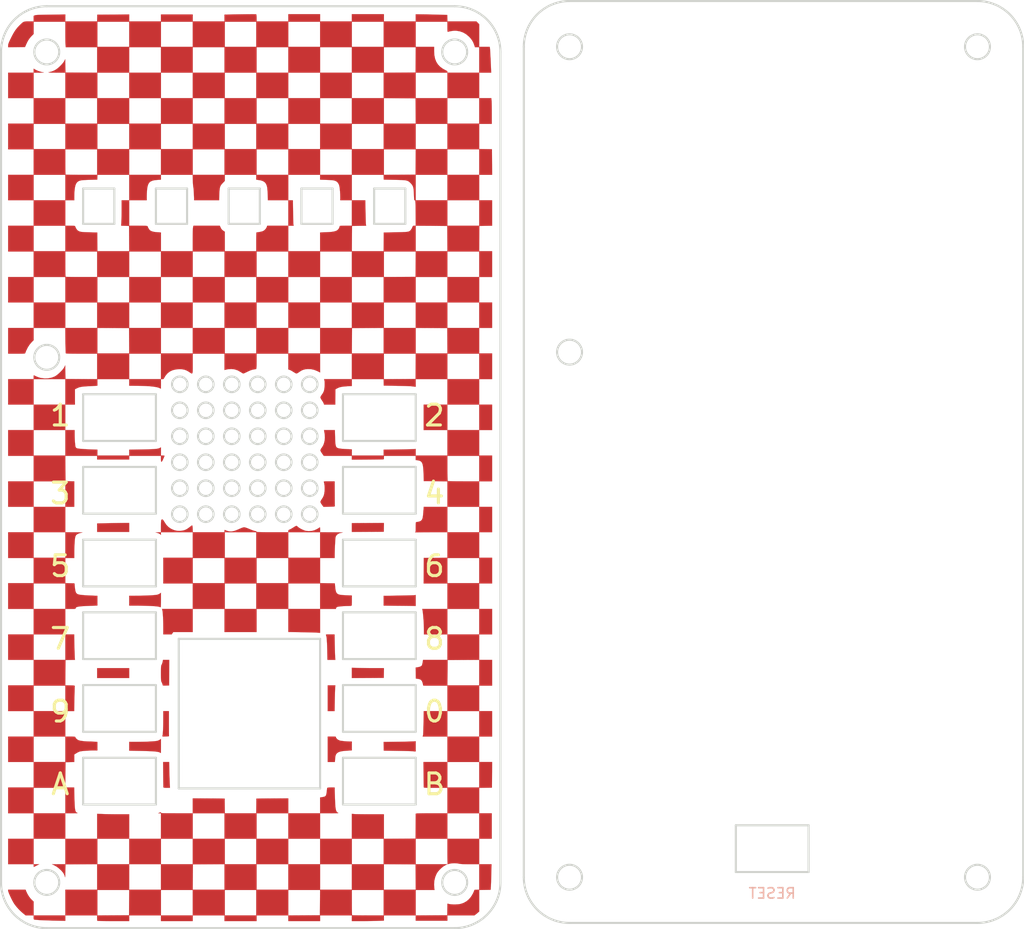
<source format=kicad_pcb>
(kicad_pcb (version 20171130) (host pcbnew 5.1.10)

  (general
    (thickness 1.6)
    (drawings 151)
    (tracks 0)
    (zones 0)
    (modules 1)
    (nets 1)
  )

  (page A4)
  (layers
    (0 F.Cu signal)
    (31 B.Cu signal)
    (32 B.Adhes user)
    (33 F.Adhes user)
    (34 B.Paste user)
    (35 F.Paste user)
    (36 B.SilkS user)
    (37 F.SilkS user)
    (38 B.Mask user)
    (39 F.Mask user)
    (40 Dwgs.User user)
    (41 Cmts.User user)
    (42 Eco1.User user)
    (43 Eco2.User user)
    (44 Edge.Cuts user)
    (45 Margin user)
    (46 B.CrtYd user)
    (47 F.CrtYd user)
    (48 B.Fab user)
    (49 F.Fab user)
  )

  (setup
    (last_trace_width 0.25)
    (trace_clearance 0.2)
    (zone_clearance 0.508)
    (zone_45_only no)
    (trace_min 0.2)
    (via_size 0.8)
    (via_drill 0.4)
    (via_min_size 0.4)
    (via_min_drill 0.3)
    (uvia_size 0.3)
    (uvia_drill 0.1)
    (uvias_allowed no)
    (uvia_min_size 0.2)
    (uvia_min_drill 0.1)
    (edge_width 0.05)
    (segment_width 0.2)
    (pcb_text_width 0.3)
    (pcb_text_size 1.5 1.5)
    (mod_edge_width 0.12)
    (mod_text_size 1 1)
    (mod_text_width 0.15)
    (pad_size 1.524 1.524)
    (pad_drill 0.762)
    (pad_to_mask_clearance 0)
    (aux_axis_origin 0 0)
    (visible_elements FFFFFF7F)
    (pcbplotparams
      (layerselection 0x010fc_ffffffff)
      (usegerberextensions false)
      (usegerberattributes true)
      (usegerberadvancedattributes true)
      (creategerberjobfile true)
      (excludeedgelayer true)
      (linewidth 0.100000)
      (plotframeref false)
      (viasonmask false)
      (mode 1)
      (useauxorigin false)
      (hpglpennumber 1)
      (hpglpenspeed 20)
      (hpglpendiameter 15.000000)
      (psnegative false)
      (psa4output false)
      (plotreference true)
      (plotvalue true)
      (plotinvisibletext false)
      (padsonsilk false)
      (subtractmaskfromsilk false)
      (outputformat 1)
      (mirror false)
      (drillshape 1)
      (scaleselection 1)
      (outputdirectory ""))
  )

  (net 0 "")

  (net_class Default "This is the default net class."
    (clearance 0.2)
    (trace_width 0.25)
    (via_dia 0.8)
    (via_drill 0.4)
    (uvia_dia 0.3)
    (uvia_drill 0.1)
  )

  (module local:case (layer F.Cu) (tedit 0) (tstamp 60888B3C)
    (at 59.25 70.5)
    (fp_text reference G*** (at 0 0) (layer F.SilkS) hide
      (effects (font (size 1.524 1.524) (thickness 0.3)))
    )
    (fp_text value LOGO (at 0.75 0) (layer F.Cu) hide
      (effects (font (size 1.524 1.524) (thickness 0.3)))
    )
    (fp_poly (pts (xy 9.803509 -35.553634) (xy 6.74787 -35.553634) (xy 6.74787 -38.004511) (xy 9.803509 -38.004511)
      (xy 9.803509 -35.553634)) (layer F.Cu) (width 0.01))
    (fp_poly (pts (xy -8.562155 -35.553634) (xy -11.617794 -35.553634) (xy -11.617794 -38.004511) (xy -8.562155 -38.004511)
      (xy -8.562155 -35.553634)) (layer F.Cu) (width 0.01))
    (fp_poly (pts (xy 9.803509 -25.718295) (xy 8.689474 -25.718295) (xy 8.688653 -26.060463) (xy 8.683134 -26.317618)
      (xy 8.668709 -26.569321) (xy 8.646736 -26.802058) (xy 8.618574 -27.002313) (xy 8.585583 -27.156572)
      (xy 8.574894 -27.192019) (xy 8.520384 -27.309868) (xy 8.444615 -27.421882) (xy 8.415865 -27.453943)
      (xy 8.340157 -27.519869) (xy 8.254512 -27.571513) (xy 8.150007 -27.610818) (xy 8.017719 -27.639725)
      (xy 7.848723 -27.660176) (xy 7.634098 -27.674113) (xy 7.364918 -27.683478) (xy 7.360589 -27.683589)
      (xy 6.74787 -27.699274) (xy 6.74787 -28.169173) (xy 9.803509 -28.169173) (xy 9.803509 -25.718295)) (layer F.Cu) (width 0.01))
    (fp_poly (pts (xy -8.562155 -27.701321) (xy -8.888408 -27.682083) (xy -9.163826 -27.655521) (xy -9.384046 -27.607736)
      (xy -9.555717 -27.532584) (xy -9.685487 -27.423923) (xy -9.780005 -27.275612) (xy -9.84592 -27.081507)
      (xy -9.889882 -26.835465) (xy -9.90012 -26.74742) (xy -9.912711 -26.592768) (xy -9.922757 -26.403107)
      (xy -9.928941 -26.207073) (xy -9.930262 -26.092293) (xy -9.930827 -25.718295) (xy -11.617794 -25.718295)
      (xy -11.617794 -28.169173) (xy -8.562155 -28.169173) (xy -8.562155 -27.701321)) (layer F.Cu) (width 0.01))
    (fp_poly (pts (xy 4.147655 -24.580388) (xy 4.15218 -24.313811) (xy 4.157504 -24.064519) (xy 4.163376 -23.840389)
      (xy 4.169545 -23.649296) (xy 4.175759 -23.499116) (xy 4.181767 -23.397725) (xy 4.186726 -23.35495)
      (xy 4.208925 -23.267418) (xy 3.692231 -23.267418) (xy 3.692231 -25.718295) (xy 4.130781 -25.718295)
      (xy 4.147655 -24.580388)) (layer F.Cu) (width 0.01))
    (fp_poly (pts (xy 9.803509 -15.882957) (xy 6.74787 -15.882957) (xy 6.74787 -18.333834) (xy 9.803509 -18.333834)
      (xy 9.803509 -15.882957)) (layer F.Cu) (width 0.01))
    (fp_poly (pts (xy 6.74787 -13.43208) (xy 3.692231 -13.43208) (xy 3.692231 -15.882957) (xy 6.74787 -15.882957)
      (xy 6.74787 -13.43208)) (layer F.Cu) (width 0.01))
    (fp_poly (pts (xy -8.562155 -15.882957) (xy -11.617794 -15.882957) (xy -11.617794 -18.333834) (xy -8.562155 -18.333834)
      (xy -8.562155 -15.882957)) (layer F.Cu) (width 0.01))
    (fp_poly (pts (xy -5.506516 -13.43208) (xy -8.562155 -13.43208) (xy -8.562155 -15.882957) (xy -5.506516 -15.882957)
      (xy -5.506516 -13.43208)) (layer F.Cu) (width 0.01))
    (fp_poly (pts (xy -8.562155 -8.036967) (xy -8.562672 -7.873929) (xy -8.564092 -7.736366) (xy -8.566224 -7.635425)
      (xy -8.568874 -7.582251) (xy -8.570113 -7.576845) (xy -8.600442 -7.591119) (xy -8.666351 -7.625)
      (xy -8.690748 -7.637836) (xy -8.832151 -7.69267) (xy -9.033781 -7.740355) (xy -9.292574 -7.78059)
      (xy -9.60547 -7.813079) (xy -9.969404 -7.837523) (xy -10.381315 -7.853625) (xy -10.838139 -7.861085)
      (xy -10.98916 -7.861596) (xy -11.617794 -7.861904) (xy -11.617794 -8.498496) (xy -8.562155 -8.498496)
      (xy -8.562155 -8.036967)) (layer F.Cu) (width 0.01))
    (fp_poly (pts (xy 9.803509 -7.839626) (xy 9.413597 -7.817929) (xy 9.148663 -7.800219) (xy 8.936008 -7.778467)
      (xy 8.764279 -7.750519) (xy 8.622124 -7.714223) (xy 8.498191 -7.667423) (xy 8.420408 -7.629495)
      (xy 8.227945 -7.527694) (xy 8.219401 -6.787656) (xy 8.210857 -6.047619) (xy 7.134762 -6.047619)
      (xy 7.099679 -6.153921) (xy 7.063856 -6.232585) (xy 7.002474 -6.339917) (xy 6.928287 -6.453747)
      (xy 6.922147 -6.462518) (xy 6.85336 -6.57002) (xy 6.802812 -6.667721) (xy 6.78011 -6.736694)
      (xy 6.779699 -6.743235) (xy 6.798355 -6.807953) (xy 6.847149 -6.900838) (xy 6.912129 -6.997061)
      (xy 7.015703 -7.147069) (xy 7.089459 -7.289916) (xy 7.138697 -7.442643) (xy 7.168714 -7.622292)
      (xy 7.184811 -7.845904) (xy 7.186124 -7.878193) (xy 7.189313 -8.045906) (xy 7.186403 -8.198407)
      (xy 7.178025 -8.318446) (xy 7.16781 -8.379509) (xy 7.134956 -8.498496) (xy 9.803509 -8.498496)
      (xy 9.803509 -7.839626)) (layer F.Cu) (width 0.01))
    (fp_poly (pts (xy 19.002256 -3.596741) (xy 16.710526 -3.596741) (xy 16.710526 -6.047619) (xy 19.002256 -6.047619)
      (xy 19.002256 -3.596741)) (layer F.Cu) (width 0.01))
    (fp_poly (pts (xy 8.154055 2.482707) (xy 8.15543 2.749375) (xy 8.156811 2.998026) (xy 8.158148 3.220954)
      (xy 8.159392 3.410453) (xy 8.160491 3.558817) (xy 8.161395 3.65834) (xy 8.162012 3.700188)
      (xy 8.161191 3.726195) (xy 8.150931 3.745155) (xy 8.122392 3.758377) (xy 8.066735 3.767168)
      (xy 7.97512 3.772835) (xy 7.838707 3.776684) (xy 7.648657 3.780023) (xy 7.618898 3.780498)
      (xy 7.073509 3.789191) (xy 6.926604 3.591502) (xy 6.855606 3.486427) (xy 6.803462 3.391085)
      (xy 6.780107 3.323987) (xy 6.779699 3.317769) (xy 6.797716 3.253629) (xy 6.844798 3.160452)
      (xy 6.906288 3.064945) (xy 7.018995 2.889386) (xy 7.097886 2.717711) (xy 7.148817 2.531226)
      (xy 7.177644 2.311237) (xy 7.186088 2.17179) (xy 7.188028 1.930345) (xy 7.173835 1.705455)
      (xy 7.145073 1.513023) (xy 7.108268 1.381363) (xy 7.111211 1.364667) (xy 7.14007 1.352601)
      (xy 7.202747 1.344476) (xy 7.307141 1.339605) (xy 7.461154 1.337301) (xy 7.619778 1.336842)
      (xy 8.148371 1.336842) (xy 8.154055 2.482707)) (layer F.Cu) (width 0.01))
    (fp_poly (pts (xy 12.875063 6.190852) (xy 11.339286 6.199116) (xy 9.803509 6.207379) (xy 9.803591 5.785331)
      (xy 9.803673 5.363284) (xy 12.892833 5.346198) (xy 12.875063 6.190852)) (layer F.Cu) (width 0.01))
    (fp_poly (pts (xy -11.617794 6.206767) (xy -14.705263 6.206767) (xy -14.705263 5.389513) (xy -13.583271 5.36849)
      (xy -13.29951 5.363407) (xy -13.016331 5.358763) (xy -12.744984 5.354712) (xy -12.496723 5.351409)
      (xy -12.282799 5.349006) (xy -12.114465 5.347657) (xy -12.039536 5.347418) (xy -11.617794 5.347369)
      (xy -11.617794 6.206767)) (layer F.Cu) (width 0.01))
    (fp_poly (pts (xy 19.002256 6.238597) (xy 17.510244 6.238597) (xy 17.20496 6.23884) (xy 16.916801 6.239536)
      (xy 16.652513 6.240636) (xy 16.418839 6.24209) (xy 16.222521 6.243849) (xy 16.070302 6.245863)
      (xy 15.968927 6.248083) (xy 15.926723 6.250217) (xy 15.879549 6.254409) (xy 15.886519 6.249135)
      (xy 15.890915 6.248004) (xy 15.912516 6.236927) (xy 15.927734 6.209793) (xy 15.937662 6.156999)
      (xy 15.943391 6.068945) (xy 15.946012 5.936029) (xy 15.946617 5.757941) (xy 15.948125 5.560155)
      (xy 15.953016 5.41927) (xy 15.961835 5.328593) (xy 15.975129 5.281429) (xy 15.986404 5.270942)
      (xy 16.037483 5.259668) (xy 16.129173 5.241463) (xy 16.217168 5.22483) (xy 16.34917 5.191623)
      (xy 16.440479 5.144058) (xy 16.493712 5.095062) (xy 16.543042 5.03223) (xy 16.581784 4.959352)
      (xy 16.612253 4.866458) (xy 16.636766 4.743582) (xy 16.657637 4.580755) (xy 16.677184 4.36801)
      (xy 16.68466 4.273121) (xy 16.721751 3.78772) (xy 19.002256 3.78772) (xy 19.002256 6.238597)) (layer F.Cu) (width 0.01))
    (fp_poly (pts (xy 15.946617 13.336592) (xy 15.620363 13.329024) (xy 15.512884 13.327053) (xy 15.351325 13.324792)
      (xy 15.145267 13.322341) (xy 14.904288 13.319802) (xy 14.637968 13.317276) (xy 14.355886 13.314864)
      (xy 14.076629 13.312731) (xy 12.859148 13.304006) (xy 12.859148 12.359849) (xy 14.299436 12.338095)
      (xy 14.599915 12.333185) (xy 14.88371 12.327835) (xy 15.143867 12.322229) (xy 15.37343 12.316547)
      (xy 15.565444 12.310972) (xy 15.712955 12.305686) (xy 15.809007 12.300871) (xy 15.84317 12.297665)
      (xy 15.946617 12.278991) (xy 15.946617 13.336592)) (layer F.Cu) (width 0.01))
    (fp_poly (pts (xy -8.562155 12.76204) (xy -8.563185 12.965476) (xy -8.56607 13.145474) (xy -8.570502 13.293015)
      (xy -8.576172 13.399078) (xy -8.582772 13.454643) (xy -8.586028 13.460763) (xy -8.62839 13.450059)
      (xy -8.708326 13.426554) (xy -8.753133 13.412715) (xy -8.855161 13.391056) (xy -9.014023 13.371044)
      (xy -9.222905 13.353033) (xy -9.474994 13.337378) (xy -9.763479 13.324435) (xy -10.081546 13.314557)
      (xy -10.422382 13.3081) (xy -10.779175 13.305419) (xy -10.814098 13.305373) (xy -11.617794 13.304762)
      (xy -11.617794 12.349875) (xy -10.861842 12.348718) (xy -10.520927 12.346187) (xy -10.191108 12.339907)
      (xy -9.880404 12.330268) (xy -9.596836 12.317659) (xy -9.348423 12.302472) (xy -9.143186 12.285096)
      (xy -8.989143 12.265922) (xy -8.928889 12.254692) (xy -8.810756 12.216456) (xy -8.700064 12.162223)
      (xy -8.666295 12.1396) (xy -8.562155 12.060169) (xy -8.562155 12.76204)) (layer F.Cu) (width 0.01))
    (fp_poly (pts (xy 19.002256 16.073935) (xy 16.742356 16.073935) (xy 16.742071 15.699938) (xy 16.738851 15.457422)
      (xy 16.730093 15.192453) (xy 16.716638 14.916359) (xy 16.699323 14.640465) (xy 16.678986 14.376098)
      (xy 16.656466 14.134586) (xy 16.632601 13.927253) (xy 16.60823 13.765428) (xy 16.59366 13.694675)
      (xy 16.576307 13.623058) (xy 19.002256 13.623058) (xy 19.002256 16.073935)) (layer F.Cu) (width 0.01))
    (fp_poly (pts (xy -5.506516 15.851128) (xy -7.383876 15.851128) (xy -7.455785 15.962138) (xy -7.527694 16.073147)
      (xy -8.339348 16.073935) (xy -8.339348 15.346477) (xy -8.341771 15.031739) (xy -8.348714 14.730435)
      (xy -8.359689 14.45101) (xy -8.374211 14.201907) (xy -8.39179 13.991569) (xy -8.41194 13.828438)
      (xy -8.432929 13.725201) (xy -8.462223 13.623058) (xy -5.506516 13.623058) (xy -5.506516 15.851128)) (layer F.Cu) (width 0.01))
    (fp_poly (pts (xy -8.562155 6.498892) (xy -8.659091 6.417326) (xy -8.773963 6.344855) (xy -8.92918 6.290868)
      (xy -9.071429 6.260963) (xy -9.077247 6.254751) (xy -9.028776 6.249062) (xy -8.935381 6.244681)
      (xy -8.856579 6.242931) (xy -8.562155 6.238597) (xy -8.562155 6.498892)) (layer F.Cu) (width 0.01))
    (fp_poly (pts (xy -5.506516 11.172181) (xy -2.419048 11.172181) (xy -2.419048 13.623058) (xy 0.604762 13.623058)
      (xy 0.604762 11.172181) (xy 3.692231 11.172181) (xy 3.692231 13.623058) (xy 6.74787 13.623058)
      (xy 6.74787 11.172181) (xy 3.692231 11.172181) (xy 0.604762 11.172181) (xy -2.419048 11.172181)
      (xy -5.506516 11.172181) (xy -8.339348 11.172181) (xy -8.339348 8.721304) (xy -5.506516 8.721304)
      (xy -5.506516 11.140351) (xy -2.450877 11.140351) (xy -2.450877 8.721304) (xy 0.636592 8.721304)
      (xy 0.636592 11.140351) (xy 3.692231 11.140351) (xy 3.692231 8.721304) (xy 0.636592 8.721304)
      (xy -2.450877 8.721304) (xy -5.506516 8.721304) (xy -8.339348 8.721304) (xy -8.339348 8.689474)
      (xy -5.506516 8.689474) (xy -5.506516 6.238597) (xy -8.562155 6.238597) (xy -8.562155 5.671748)
      (xy -8.560711 5.446482) (xy -8.556075 5.278009) (xy -8.547788 5.159523) (xy -8.535395 5.084216)
      (xy -8.520265 5.04761) (xy -8.466001 5.002159) (xy -8.406066 5.01087) (xy -8.337259 5.075971)
      (xy -8.256381 5.199688) (xy -8.227953 5.251043) (xy -8.049792 5.521423) (xy -7.832798 5.743068)
      (xy -7.579581 5.913373) (xy -7.547031 5.930163) (xy -7.303999 6.032831) (xy -7.066026 6.090275)
      (xy -6.808708 6.107407) (xy -6.68576 6.10359) (xy -6.449558 6.076944) (xy -6.245674 6.019927)
      (xy -6.053862 5.924459) (xy -5.853875 5.78246) (xy -5.827226 5.760981) (xy -5.722073 5.679143)
      (xy -5.633254 5.61714) (xy -5.57326 5.583335) (xy -5.556756 5.579886) (xy -5.539803 5.616137)
      (xy -5.525835 5.706744) (xy -5.516053 5.842431) (xy -5.51336 5.914929) (xy -5.504289 6.238597)
      (xy -2.450877 6.238597) (xy -2.419048 6.238597) (xy -2.419048 8.689474) (xy 0.604762 8.689474)
      (xy 3.692231 8.689474) (xy 6.74787 8.689474) (xy 6.74787 6.238597) (xy 3.692231 6.238597)
      (xy 3.692231 8.689474) (xy 0.604762 8.689474) (xy 0.604762 6.238597) (xy -2.419048 6.238597)
      (xy -2.450877 6.238597) (xy -2.450877 6.127193) (xy -2.44717 6.053512) (xy -2.438058 6.016735)
      (xy -2.436141 6.01579) (xy -2.400775 6.02653) (xy -2.325221 6.054201) (xy -2.25779 6.080281)
      (xy -2.084623 6.13758) (xy -1.919255 6.165978) (xy -1.750507 6.164008) (xy -1.5672 6.130203)
      (xy -1.358155 6.063097) (xy -1.112192 5.961224) (xy -1.015934 5.91737) (xy -0.826643 5.835546)
      (xy -0.675483 5.782756) (xy -0.569696 5.761477) (xy -0.559097 5.761153) (xy -0.467428 5.776072)
      (xy -0.330635 5.818532) (xy -0.159201 5.885085) (xy -0.084266 5.917246) (xy 0.074517 5.98339)
      (xy 0.232412 6.042804) (xy 0.369432 6.088305) (xy 0.453571 6.11048) (xy 0.572193 6.142363)
      (xy 0.630589 6.17725) (xy 0.636592 6.193109) (xy 0.644055 6.203731) (xy 0.669778 6.212606)
      (xy 0.718759 6.219884) (xy 0.795996 6.225713) (xy 0.906489 6.230242) (xy 1.055235 6.23362)
      (xy 1.247234 6.235995) (xy 1.487484 6.237517) (xy 1.780983 6.238334) (xy 2.132731 6.238596)
      (xy 2.164411 6.238597) (xy 3.692231 6.238597) (xy 3.692231 6.133588) (xy 3.701387 6.058319)
      (xy 3.741247 6.015089) (xy 3.799668 5.989728) (xy 3.881762 5.952268) (xy 3.991891 5.89211)
      (xy 4.101095 5.825497) (xy 4.213453 5.754628) (xy 4.318798 5.691124) (xy 4.391688 5.65016)
      (xy 4.45287 5.622313) (xy 4.496688 5.623262) (xy 4.546354 5.65936) (xy 4.593461 5.705375)
      (xy 4.711682 5.800699) (xy 4.872496 5.899137) (xy 5.056243 5.9905) (xy 5.243264 6.064596)
      (xy 5.347368 6.096137) (xy 5.627957 6.137412) (xy 5.91756 6.120886) (xy 6.204076 6.048815)
      (xy 6.475403 5.923451) (xy 6.560541 5.870101) (xy 6.647501 5.812866) (xy 6.711101 5.773408)
      (xy 6.735153 5.761153) (xy 6.741232 5.790387) (xy 6.745729 5.867718) (xy 6.747814 5.977585)
      (xy 6.74787 5.999875) (xy 6.74787 6.238597) (xy 7.917607 6.242478) (xy 8.23916 6.244132)
      (xy 8.498003 6.246768) (xy 8.695078 6.250417) (xy 8.831327 6.25511) (xy 8.907692 6.260877)
      (xy 8.925116 6.267748) (xy 8.89787 6.273969) (xy 8.773312 6.295539) (xy 8.656903 6.321284)
      (xy 8.600716 6.337117) (xy 8.466121 6.405503) (xy 8.347069 6.508581) (xy 8.26304 6.62776)
      (xy 8.242661 6.678872) (xy 8.231501 6.74438) (xy 8.219332 6.863385) (xy 8.20669 7.025745)
      (xy 8.194107 7.221318) (xy 8.182117 7.439959) (xy 8.171255 7.671527) (xy 8.162055 7.905879)
      (xy 8.15505 8.132872) (xy 8.150775 8.342363) (xy 8.149798 8.442795) (xy 8.148371 8.721304)
      (xy 6.74787 8.721304) (xy 6.74787 11.139133) (xy 7.456078 11.1477) (xy 8.164286 11.156266)
      (xy 8.190498 11.426817) (xy 8.215521 11.659004) (xy 8.245384 11.844564) (xy 8.287075 11.989045)
      (xy 8.347586 12.097991) (xy 8.433905 12.176949) (xy 8.553023 12.231463) (xy 8.711929 12.267081)
      (xy 8.917614 12.289347) (xy 9.177067 12.303807) (xy 9.302193 12.308827) (xy 9.803509 12.327868)
      (xy 9.803509 12.81291) (xy 9.802649 13.002112) (xy 9.799449 13.136993) (xy 9.792978 13.226875)
      (xy 9.782306 13.28108) (xy 9.766501 13.308932) (xy 9.753161 13.317272) (xy 9.700173 13.325862)
      (xy 9.601029 13.332496) (xy 9.473224 13.336184) (xy 9.410993 13.336618) (xy 9.241042 13.339843)
      (xy 9.056222 13.348672) (xy 8.869627 13.361883) (xy 8.694353 13.378255) (xy 8.543492 13.396564)
      (xy 8.430141 13.415589) (xy 8.367548 13.434023) (xy 8.313826 13.48844) (xy 8.288529 13.544403)
      (xy 8.268788 13.623058) (xy 6.74787 13.623058) (xy 6.74787 15.924179) (xy 6.485276 15.904307)
      (xy 6.394352 15.899307) (xy 6.248536 15.893631) (xy 6.056586 15.887517) (xy 5.827262 15.881204)
      (xy 5.569323 15.874931) (xy 5.291529 15.868936) (xy 5.002639 15.863459) (xy 4.957456 15.862672)
      (xy 3.692231 15.840909) (xy 3.692231 13.623058) (xy 0.636592 13.623058) (xy 0.636592 15.851128)
      (xy -2.450877 15.851128) (xy -2.450877 13.623058) (xy -5.506516 13.623058) (xy -5.506516 11.172181)) (layer F.Cu) (width 0.01))
    (fp_poly (pts (xy 8.15909 17.103217) (xy 8.164907 17.363222) (xy 8.171424 17.611606) (xy 8.178319 17.83885)
      (xy 8.18527 18.035436) (xy 8.191953 18.191846) (xy 8.198047 18.298561) (xy 8.200596 18.328656)
      (xy 8.221099 18.524812) (xy 7.457884 18.524812) (xy 7.437846 17.593797) (xy 7.427654 17.211798)
      (xy 7.414727 16.890777) (xy 7.398848 16.628105) (xy 7.379799 16.421153) (xy 7.357364 16.267288)
      (xy 7.331325 16.163882) (xy 7.317057 16.130597) (xy 7.308823 16.107763) (xy 7.318964 16.092041)
      (xy 7.356667 16.082114) (xy 7.431121 16.076666) (xy 7.551513 16.074379) (xy 7.712409 16.073935)
      (xy 8.138086 16.073935) (xy 8.15909 17.103217)) (layer F.Cu) (width 0.01))
    (fp_poly (pts (xy 10.190461 19.299745) (xy 10.315229 19.304677) (xy 10.49307 19.30919) (xy 10.7134 19.313144)
      (xy 10.965633 19.316396) (xy 11.239184 19.318802) (xy 11.523468 19.320221) (xy 11.735046 19.320552)
      (xy 12.892679 19.320552) (xy 12.875063 20.259524) (xy 9.803509 20.27605) (xy 9.803509 19.278939)
      (xy 10.190461 19.299745)) (layer F.Cu) (width 0.01))
    (fp_poly (pts (xy -11.617794 20.275439) (xy -14.705263 20.275439) (xy -14.705263 19.320552) (xy -11.617794 19.320552)
      (xy -11.617794 20.275439)) (layer F.Cu) (width 0.01))
    (fp_poly (pts (xy -7.774 19.758208) (xy -7.782331 20.991604) (xy -8.07034 21.000671) (xy -8.200123 21.002364)
      (xy -8.304906 20.999256) (xy -8.36905 20.992016) (xy -8.380678 20.987409) (xy -8.40049 20.938994)
      (xy -8.403007 20.91212) (xy -8.416816 20.855154) (xy -8.452245 20.766107) (xy -8.482448 20.702575)
      (xy -8.508017 20.650179) (xy -8.527415 20.600779) (xy -8.541496 20.544937) (xy -8.551114 20.473212)
      (xy -8.557121 20.376166) (xy -8.560372 20.24436) (xy -8.56172 20.068353) (xy -8.562019 19.838706)
      (xy -8.562022 19.822637) (xy -8.56169 19.587452) (xy -8.560141 19.407033) (xy -8.556694 19.272491)
      (xy -8.550669 19.174935) (xy -8.541385 19.105474) (xy -8.528161 19.055219) (xy -8.510315 19.015279)
      (xy -8.498638 18.995068) (xy -8.456187 18.903421) (xy -8.416741 18.782398) (xy -8.399008 18.707832)
      (xy -8.362896 18.524812) (xy -7.765668 18.524812) (xy -7.774 19.758208)) (layer F.Cu) (width 0.01))
    (fp_poly (pts (xy 8.200815 21.142795) (xy 8.195722 21.214701) (xy 8.189862 21.341324) (xy 8.183523 21.51373)
      (xy 8.176991 21.722985) (xy 8.170553 21.960156) (xy 8.164495 22.216309) (xy 8.160988 22.384148)
      (xy 8.139711 23.458396) (xy 7.47995 23.458396) (xy 7.47995 20.97569) (xy 8.219365 20.97569)
      (xy 8.200815 21.142795)) (layer F.Cu) (width 0.01))
    (fp_poly (pts (xy 19.002256 25.909274) (xy 16.621742 25.909274) (xy 16.653383 25.789913) (xy 16.661319 25.730364)
      (xy 16.669479 25.615464) (xy 16.677538 25.453518) (xy 16.685171 25.252831) (xy 16.692052 25.02171)
      (xy 16.697856 24.76846) (xy 16.701374 24.564474) (xy 16.717723 23.458396) (xy 19.002256 23.458396)
      (xy 19.002256 25.909274)) (layer F.Cu) (width 0.01))
    (fp_poly (pts (xy -7.798246 24.652005) (xy -7.79804 24.921764) (xy -7.797455 25.171447) (xy -7.796537 25.393908)
      (xy -7.795333 25.582002) (xy -7.79389 25.728582) (xy -7.792254 25.826505) (xy -7.790471 25.868623)
      (xy -7.790288 25.869487) (xy -7.81647 25.880152) (xy -7.893474 25.890229) (xy -8.008465 25.898398)
      (xy -8.111091 25.902457) (xy -8.258217 25.905778) (xy -8.352357 25.904797) (xy -8.40413 25.897811)
      (xy -8.424157 25.883116) (xy -8.423057 25.859008) (xy -8.421174 25.852708) (xy -8.400552 25.75341)
      (xy -8.382407 25.596759) (xy -8.367069 25.389025) (xy -8.354866 25.136475) (xy -8.346128 24.845381)
      (xy -8.341184 24.522012) (xy -8.34017 24.309837) (xy -8.339348 23.458396) (xy -7.798246 23.458396)
      (xy -7.798246 24.652005)) (layer F.Cu) (width 0.01))
    (fp_poly (pts (xy 15.946617 27.341604) (xy 15.840518 27.341604) (xy 15.763053 27.336759) (xy 15.718016 27.32498)
      (xy 15.716645 27.32383) (xy 15.682107 27.319657) (xy 15.590421 27.314848) (xy 15.448091 27.309585)
      (xy 15.261624 27.304048) (xy 15.037523 27.298419) (xy 14.782295 27.292878) (xy 14.502445 27.287607)
      (xy 14.286967 27.284043) (xy 12.875063 27.26203) (xy 12.866214 26.845013) (xy 12.857366 26.427996)
      (xy 14.31446 26.407941) (xy 14.615974 26.403384) (xy 14.900215 26.398307) (xy 15.160371 26.392888)
      (xy 15.389629 26.387305) (xy 15.581178 26.381734) (xy 15.728206 26.376353) (xy 15.8239 26.37134)
      (xy 15.859085 26.367676) (xy 15.946617 26.347466) (xy 15.946617 27.341604)) (layer F.Cu) (width 0.01))
    (fp_poly (pts (xy -8.562155 26.814797) (xy -8.562506 27.015718) (xy -8.563489 27.193021) (xy -8.564996 27.337601)
      (xy -8.566922 27.440352) (xy -8.56916 27.492169) (xy -8.570113 27.496598) (xy -8.600611 27.480741)
      (xy -8.666704 27.446397) (xy -8.689474 27.434567) (xy -8.763564 27.40557) (xy -8.8693 27.380407)
      (xy -9.011065 27.358731) (xy -9.193239 27.340196) (xy -9.420203 27.324457) (xy -9.696339 27.311165)
      (xy -10.026027 27.299976) (xy -10.413649 27.290542) (xy -10.543546 27.287971) (xy -11.617794 27.267677)
      (xy -11.617794 26.418547) (xy -10.861842 26.41739) (xy -10.520927 26.414859) (xy -10.191108 26.408579)
      (xy -9.880404 26.398939) (xy -9.596836 26.386331) (xy -9.348423 26.371144) (xy -9.143186 26.353768)
      (xy -8.989143 26.334593) (xy -8.928889 26.323364) (xy -8.810756 26.285128) (xy -8.700064 26.230895)
      (xy -8.666295 26.208272) (xy -8.562155 26.128841) (xy -8.562155 26.814797)) (layer F.Cu) (width 0.01))
    (fp_poly (pts (xy 8.276492 26.0067) (xy 8.352151 26.117946) (xy 8.473403 26.215858) (xy 8.622194 26.285964)
      (xy 8.626765 26.287445) (xy 8.722288 26.309301) (xy 8.864881 26.331232) (xy 9.037978 26.351543)
      (xy 9.225015 26.36854) (xy 9.409426 26.380525) (xy 9.574647 26.385805) (xy 9.588659 26.385896)
      (xy 9.803509 26.386717) (xy 9.803509 27.23999) (xy 9.461341 27.259827) (xy 9.171311 27.280114)
      (xy 8.936908 27.305139) (xy 8.750158 27.336893) (xy 8.603088 27.377368) (xy 8.487724 27.428552)
      (xy 8.396094 27.492438) (xy 8.349426 27.537442) (xy 8.288818 27.616733) (xy 8.245891 27.711797)
      (xy 8.216444 27.836926) (xy 8.196278 28.006414) (xy 8.190741 28.077355) (xy 8.170668 28.360151)
      (xy 7.47995 28.360151) (xy 7.47995 25.909274) (xy 8.236137 25.909274) (xy 8.276492 26.0067)) (layer F.Cu) (width 0.01))
    (fp_poly (pts (xy -7.775359 28.360151) (xy -7.754441 29.291166) (xy -7.748249 29.547048) (xy -7.741346 29.798781)
      (xy -7.734115 30.034575) (xy -7.72694 30.242643) (xy -7.720204 30.411196) (xy -7.714292 30.528447)
      (xy -7.714039 30.532519) (xy -7.694556 30.842858) (xy -8.002036 30.842858) (xy -8.162046 30.839756)
      (xy -8.264577 30.829965) (xy -8.315531 30.812752) (xy -8.322991 30.803071) (xy -8.326266 30.763219)
      (xy -8.329749 30.666954) (xy -8.333306 30.521521) (xy -8.336805 30.334165) (xy -8.340112 30.112131)
      (xy -8.343093 29.862663) (xy -8.345615 29.593007) (xy -8.345864 29.561706) (xy -8.355263 28.360129)
      (xy -7.775359 28.360151)) (layer F.Cu) (width 0.01))
    (fp_poly (pts (xy 8.149926 30.930389) (xy 8.151403 30.994306) (xy 8.154748 31.111813) (xy 8.159649 31.272876)
      (xy 8.165796 31.467462) (xy 8.172878 31.68554) (xy 8.179248 31.877319) (xy 8.191676 32.201627)
      (xy 8.206037 32.468461) (xy 8.22369 32.684001) (xy 8.245996 32.85443) (xy 8.274314 32.98593)
      (xy 8.310007 33.084682) (xy 8.354433 33.156867) (xy 8.408952 33.208669) (xy 8.474926 33.246268)
      (xy 8.481066 33.24899) (xy 8.502296 33.261297) (xy 8.499358 33.27104) (xy 8.466596 33.27852)
      (xy 8.398352 33.284038) (xy 8.288972 33.287893) (xy 8.132798 33.290388) (xy 7.924174 33.291822)
      (xy 7.66297 33.292489) (xy 6.74787 33.293735) (xy 6.74787 31.769816) (xy 6.89906 31.748932)
      (xy 7.067101 31.721565) (xy 7.18727 31.686258) (xy 7.269247 31.632316) (xy 7.322712 31.549041)
      (xy 7.357347 31.425738) (xy 7.38283 31.251709) (xy 7.387791 31.208898) (xy 7.404144 31.070133)
      (xy 7.419068 30.953373) (xy 7.430496 30.874294) (xy 7.43499 30.850815) (xy 7.461579 30.831699)
      (xy 7.53308 30.819194) (xy 7.656116 30.812575) (xy 7.797247 30.811028) (xy 8.148371 30.811028)
      (xy 8.149926 30.930389)) (layer F.Cu) (width 0.01))
    (fp_poly (pts (xy 6.74787 35.744612) (xy 3.692231 35.744612) (xy 3.692231 33.293735) (xy 6.74787 33.293735)
      (xy 6.74787 35.744612)) (layer F.Cu) (width 0.01))
    (fp_poly (pts (xy 9.803509 38.195489) (xy 6.74787 38.195489) (xy 6.74787 35.744612) (xy 9.803509 35.744612)
      (xy 9.803509 38.195489)) (layer F.Cu) (width 0.01))
    (fp_poly (pts (xy -8.57227 33.214146) (xy -8.567899 33.235342) (xy -8.563047 33.248786) (xy -8.550036 33.259995)
      (xy -8.52354 33.269171) (xy -8.478231 33.276518) (xy -8.408784 33.282237) (xy -8.309872 33.286531)
      (xy -8.176168 33.289604) (xy -8.002345 33.291656) (xy -7.783077 33.292892) (xy -7.513038 33.293513)
      (xy -7.186901 33.293721) (xy -7.032122 33.293735) (xy -5.506516 33.293735) (xy -5.506516 35.744612)
      (xy -8.562155 35.744612) (xy -8.562155 33.293735) (xy -8.832707 33.292065) (xy -8.705388 33.234508)
      (xy -8.626233 33.200531) (xy -8.587571 33.193709) (xy -8.57227 33.214146)) (layer F.Cu) (width 0.01))
    (fp_poly (pts (xy -8.562155 38.195489) (xy -11.617794 38.195489) (xy -11.617794 35.744612) (xy -8.562155 35.744612)
      (xy -8.562155 38.195489)) (layer F.Cu) (width 0.01))
    (fp_poly (pts (xy 23.299248 -25.718295) (xy 23.299248 -23.268793) (xy 22.07381 -23.251503) (xy 22.057138 -20.816541)
      (xy 23.299248 -20.816541) (xy 23.299248 -18.333834) (xy 22.057895 -18.333834) (xy 22.057895 -15.882957)
      (xy 19.002256 -15.882957) (xy 19.002256 -13.43208) (xy 22.057895 -13.43208) (xy 22.057895 -10.981203)
      (xy 23.299248 -10.981203) (xy 23.299248 -8.498496) (xy 22.057895 -8.498496) (xy 22.057895 -6.047619)
      (xy 23.299248 -6.047619) (xy 23.299248 -3.596741) (xy 22.057895 -3.596741) (xy 22.057895 -1.145864)
      (xy 23.299248 -1.145864) (xy 23.299248 1.336842) (xy 22.057895 1.336842) (xy 22.057895 3.78772)
      (xy 23.299248 3.78772) (xy 23.299248 6.238597) (xy 22.057895 6.238597) (xy 22.057895 8.689474)
      (xy 23.299248 8.689474) (xy 23.299248 11.172181) (xy 22.057895 11.172181) (xy 22.057895 13.623058)
      (xy 23.299248 13.623058) (xy 23.299248 16.073935) (xy 22.057895 16.073935) (xy 22.057895 18.524195)
      (xy 20.538033 18.532461) (xy 19.01817 18.540727) (xy 19.009835 19.758208) (xy 19.001499 20.97569)
      (xy 22.057895 20.97569) (xy 22.057895 18.524812) (xy 23.299248 18.524812) (xy 23.299248 21.007519)
      (xy 22.057895 21.007519) (xy 22.057895 23.458396) (xy 23.299248 23.458396) (xy 23.299248 25.909274)
      (xy 22.057895 25.909274) (xy 22.057895 28.360151) (xy 23.299996 28.360151) (xy 23.291665 29.593547)
      (xy 23.283333 30.826943) (xy 22.670614 30.835587) (xy 22.057895 30.844232) (xy 22.057895 33.293735)
      (xy 19.002256 33.293735) (xy 19.002256 35.744612) (xy 15.946617 35.744612) (xy 15.946617 38.195489)
      (xy 18.986341 38.197335) (xy 18.763534 38.314181) (xy 18.585909 38.427223) (xy 18.400322 38.579142)
      (xy 18.22334 38.753627) (xy 18.071529 38.934366) (xy 17.962722 39.102632) (xy 17.822954 39.435156)
      (xy 17.738699 39.791956) (xy 17.71146 40.163613) (xy 17.738126 40.511091) (xy 17.763095 40.678196)
      (xy 15.946617 40.678196) (xy 15.946617 43.129073) (xy 12.890977 43.129073) (xy 12.890977 43.6283)
      (xy 12.312943 43.649238) (xy 12.123617 43.654824) (xy 11.885952 43.659848) (xy 11.615268 43.664103)
      (xy 11.326885 43.667381) (xy 11.036122 43.669474) (xy 10.769208 43.670176) (xy 9.803509 43.670176)
      (xy 9.803509 43.129073) (xy 6.74787 43.129073) (xy 6.74787 43.670176) (xy 3.692231 43.670176)
      (xy 3.692231 43.12969) (xy 6.731955 43.113158) (xy 6.740291 41.895677) (xy 6.748626 40.678196)
      (xy 9.803509 40.678196) (xy 9.803509 41.882415) (xy 9.804051 42.153266) (xy 9.805597 42.403949)
      (xy 9.808024 42.627373) (xy 9.811208 42.816446) (xy 9.815027 42.964077) (xy 9.819359 43.063174)
      (xy 9.824079 43.106644) (xy 9.824729 43.107853) (xy 9.859893 43.112126) (xy 9.952406 43.11611)
      (xy 10.095956 43.11972) (xy 10.284232 43.122867) (xy 10.510925 43.125463) (xy 10.769723 43.127421)
      (xy 11.054315 43.128654) (xy 11.352548 43.129073) (xy 12.859148 43.129073) (xy 12.859148 40.678196)
      (xy 9.803509 40.678196) (xy 6.748626 40.678196) (xy 3.692231 40.678196) (xy 3.692231 43.129073)
      (xy 0.636592 43.129073) (xy 0.636592 43.670176) (xy -2.450877 43.670176) (xy -2.450877 43.129073)
      (xy -5.506516 43.129073) (xy -5.506516 43.670176) (xy -8.562155 43.670176) (xy -8.562155 43.129073)
      (xy -11.617794 43.129073) (xy -11.617794 43.670176) (xy -13.140309 43.670176) (xy -13.445715 43.669745)
      (xy -13.731544 43.668511) (xy -13.991519 43.666559) (xy -14.219365 43.663976) (xy -14.408805 43.660848)
      (xy -14.553562 43.657262) (xy -14.647361 43.653303) (xy -14.683924 43.649058) (xy -14.684043 43.648956)
      (xy -14.694077 43.609096) (xy -14.70155 43.522586) (xy -14.70513 43.406422) (xy -14.705263 43.378405)
      (xy -14.705263 43.129073) (xy -17.760902 43.129073) (xy -17.760902 40.678196) (xy -14.673434 40.678196)
      (xy -14.673434 43.12969) (xy -13.153571 43.121424) (xy -11.633709 43.113158) (xy -11.625374 41.895677)
      (xy -11.617038 40.678196) (xy -8.562155 40.678196) (xy -8.562155 43.129073) (xy -5.506516 43.129073)
      (xy -5.506516 40.678196) (xy -2.419048 40.678196) (xy -2.419048 43.129073) (xy 0.604762 43.129073)
      (xy 0.604762 40.678196) (xy -2.419048 40.678196) (xy -5.506516 40.678196) (xy -8.562155 40.678196)
      (xy -11.617038 40.678196) (xy -14.673434 40.678196) (xy -17.760902 40.678196) (xy -17.760902 40.646366)
      (xy -14.705263 40.646366) (xy -14.705263 38.194872) (xy -17.744987 38.211404) (xy -17.760902 38.89574)
      (xy -17.767362 39.13057) (xy -17.774351 39.301954) (xy -17.781884 39.410099) (xy -17.789977 39.455217)
      (xy -17.798645 39.437517) (xy -17.800053 39.429082) (xy -17.854195 39.232375) (xy -17.957809 39.040871)
      (xy -18.116013 38.845984) (xy -18.196075 38.764822) (xy -18.418756 38.565359) (xy -18.631061 38.411259)
      (xy -18.849988 38.290411) (xy -18.883999 38.274608) (xy -19.05 38.199156) (xy -18.405451 38.197323)
      (xy -17.760902 38.195489) (xy -17.760902 35.744612) (xy -20.816541 35.744612) (xy -20.816541 33.293735)
      (xy -23.267418 33.293735) (xy -23.267418 30.842858) (xy -20.816541 30.842858) (xy -20.816541 33.293735)
      (xy -17.760902 33.293735) (xy -17.760902 30.842858) (xy -20.816541 30.842858) (xy -23.267418 30.842858)
      (xy -23.267418 30.811028) (xy -20.816541 30.811028) (xy -17.761659 30.811028) (xy -16.911756 30.811028)
      (xy -16.890592 31.742043) (xy -16.881778 32.085452) (xy -16.87166 32.370893) (xy -16.859198 32.604061)
      (xy -16.843352 32.790645) (xy -16.823081 32.936338) (xy -16.797346 33.046832) (xy -16.765106 33.12782)
      (xy -16.725323 33.184992) (xy -16.676955 33.22404) (xy -16.618962 33.250657) (xy -16.614664 33.252151)
      (xy -16.58493 33.265175) (xy -16.586069 33.275001) (xy -16.624044 33.282088) (xy -16.704821 33.286894)
      (xy -16.834364 33.289878) (xy -17.018637 33.291499) (xy -17.132268 33.291938) (xy -17.760902 33.293735)
      (xy -17.760902 35.744612) (xy -14.705263 35.744612) (xy -14.705263 33.347348) (xy -14.127228 33.368286)
      (xy -13.937902 33.373872) (xy -13.700238 33.378896) (xy -13.429554 33.383151) (xy -13.141171 33.386429)
      (xy -12.850408 33.388522) (xy -12.583494 33.389223) (xy -11.617794 33.389223) (xy -11.617794 35.744612)
      (xy -14.673434 35.744612) (xy -14.673434 38.195489) (xy -11.617794 38.195489) (xy -11.617794 40.646366)
      (xy -8.562155 40.646366) (xy -5.507273 40.646366) (xy -2.450877 40.646366) (xy -2.450877 38.194872)
      (xy -5.490601 38.211404) (xy -5.507273 40.646366) (xy -8.562155 40.646366) (xy -8.562155 38.195489)
      (xy -5.506516 38.195489) (xy -5.506516 35.744612) (xy -2.450877 35.744612) (xy -2.419048 35.744612)
      (xy -2.419048 38.195489) (xy 0.604762 38.195489) (xy 0.636592 38.195489) (xy 0.636592 40.646366)
      (xy 3.692231 40.646366) (xy 3.692231 38.195489) (xy 0.636592 38.195489) (xy 0.604762 38.195489)
      (xy 0.604762 35.744612) (xy -2.419048 35.744612) (xy -2.450877 35.744612) (xy -2.450877 33.293735)
      (xy -5.506516 33.293735) (xy -5.506516 31.860792) (xy -3.970739 31.869056) (xy -2.434962 31.877319)
      (xy -2.41783 33.293735) (xy 0.603544 33.293735) (xy 0.61211 32.585527) (xy 0.620677 31.877319)
      (xy 2.156454 31.869056) (xy 3.692231 31.860792) (xy 3.692231 33.293735) (xy 0.636592 33.293735)
      (xy 0.636592 35.744612) (xy 3.692231 35.744612) (xy 3.692231 38.195489) (xy 6.74787 38.195489)
      (xy 6.74787 40.646366) (xy 9.803509 40.646366) (xy 12.890977 40.646366) (xy 15.947373 40.646366)
      (xy 15.939037 39.428885) (xy 15.930702 38.211404) (xy 14.41084 38.203138) (xy 12.890977 38.194872)
      (xy 12.890977 40.646366) (xy 9.803509 40.646366) (xy 9.803509 38.195489) (xy 12.859148 38.195489)
      (xy 12.859148 35.744612) (xy 9.803509 35.744612) (xy 9.803509 33.348188) (xy 10.018358 33.36848)
      (xy 10.09693 33.372897) (xy 10.231067 33.376994) (xy 10.412676 33.380664) (xy 10.633663 33.383797)
      (xy 10.885935 33.386288) (xy 11.161398 33.388028) (xy 11.451958 33.38891) (xy 11.562093 33.388997)
      (xy 12.890977 33.389223) (xy 12.890977 35.745229) (xy 14.41084 35.736963) (xy 15.930702 35.728697)
      (xy 15.939038 34.531034) (xy 15.947374 33.33337) (xy 16.046463 33.313552) (xy 16.098301 33.309433)
      (xy 16.206836 33.305604) (xy 16.365103 33.302154) (xy 16.56614 33.299175) (xy 16.802984 33.296757)
      (xy 17.068672 33.29499) (xy 17.356242 33.293964) (xy 17.573904 33.293735) (xy 19.002256 33.293735)
      (xy 19.002256 30.842858) (xy 17.871307 30.842858) (xy 17.557917 30.842366) (xy 17.303177 30.840777)
      (xy 17.102081 30.837915) (xy 16.949628 30.833607) (xy 16.840812 30.827679) (xy 16.770631 30.819957)
      (xy 16.734081 30.810268) (xy 16.726068 30.803071) (xy 16.722631 30.763219) (xy 16.719039 30.666954)
      (xy 16.715425 30.52152) (xy 16.711923 30.334163) (xy 16.708667 30.112128) (xy 16.705789 29.862659)
      (xy 16.703423 29.593002) (xy 16.703195 29.561699) (xy 16.694612 28.360114) (xy 17.848434 28.360132)
      (xy 19.002256 28.360151) (xy 19.002256 30.811028) (xy 22.057895 30.811028) (xy 22.057895 28.360151)
      (xy 19.002256 28.360151) (xy 19.002256 25.909274) (xy 22.057895 25.909274) (xy 22.057895 23.458396)
      (xy 19.002256 23.458396) (xy 19.002256 21.007519) (xy 16.67991 21.007519) (xy 16.660197 20.919988)
      (xy 16.609375 20.722711) (xy 16.553212 20.579026) (xy 16.482524 20.478981) (xy 16.388129 20.412626)
      (xy 16.260845 20.370008) (xy 16.131125 20.346599) (xy 15.962531 20.322365) (xy 15.953818 19.79272)
      (xy 15.945105 19.263074) (xy 16.112966 19.240286) (xy 16.305169 19.201216) (xy 16.446872 19.144111)
      (xy 16.532908 19.071274) (xy 16.546971 19.046963) (xy 16.57054 18.97532) (xy 16.597028 18.8651)
      (xy 16.619617 18.746308) (xy 16.656197 18.524812) (xy 19.002256 18.524812) (xy 19.002256 16.073935)
      (xy 22.057895 16.073935) (xy 22.057895 13.623058) (xy 19.002256 13.623058) (xy 19.002256 11.172181)
      (xy 16.709779 11.172181) (xy 16.726333 8.721304) (xy 19.002256 8.721304) (xy 19.002256 11.140351)
      (xy 22.057895 11.140351) (xy 22.057895 8.721304) (xy 19.002256 8.721304) (xy 16.726333 8.721304)
      (xy 16.726441 8.705389) (xy 17.864348 8.697029) (xy 19.002256 8.68867) (xy 19.002256 6.238597)
      (xy 22.057895 6.238597) (xy 22.057895 3.78772) (xy 19.002256 3.78772) (xy 19.002256 1.337647)
      (xy 17.864348 1.329287) (xy 16.726441 1.320928) (xy 16.706489 0.668421) (xy 16.693467 0.341899)
      (xy 16.674532 0.073103) (xy 16.647099 -0.143811) (xy 16.608585 -0.314689) (xy 16.556403 -0.445375)
      (xy 16.487971 -0.541716) (xy 16.400703 -0.609555) (xy 16.292015 -0.654739) (xy 16.159323 -0.683113)
      (xy 16.105747 -0.690271) (xy 15.946617 -0.709117) (xy 15.946617 -1.114035) (xy 19.002256 -1.114035)
      (xy 19.002256 0.090184) (xy 19.002798 0.361035) (xy 19.004344 0.611718) (xy 19.006771 0.835143)
      (xy 19.009955 1.024216) (xy 19.013774 1.171847) (xy 19.018106 1.270943) (xy 19.022826 1.314414)
      (xy 19.023475 1.315623) (xy 19.05864 1.319895) (xy 19.151152 1.32388) (xy 19.294702 1.327489)
      (xy 19.482979 1.330636) (xy 19.709672 1.333233) (xy 19.96847 1.335191) (xy 20.253062 1.336423)
      (xy 20.551295 1.336842) (xy 22.057895 1.336842) (xy 22.057895 -1.114035) (xy 19.002256 -1.114035)
      (xy 15.946617 -1.114035) (xy 12.890977 -1.114035) (xy 12.890977 -0.953888) (xy 12.883143 -0.84648)
      (xy 12.861291 -0.787387) (xy 12.851191 -0.780248) (xy 12.812187 -0.777332) (xy 12.715945 -0.774239)
      (xy 12.568884 -0.771066) (xy 12.377424 -0.767905) (xy 12.147985 -0.764854) (xy 11.886986 -0.762006)
      (xy 11.600847 -0.759458) (xy 11.307447 -0.757375) (xy 9.80349 -0.747995) (xy 9.8035 -0.931015)
      (xy 9.803509 -1.114035) (xy 7.102334 -1.114035) (xy 6.941016 -1.343004) (xy 6.867967 -1.453189)
      (xy 6.812162 -1.549741) (xy 6.782373 -1.616967) (xy 6.779699 -1.631562) (xy 6.798161 -1.718145)
      (xy 6.856866 -1.827115) (xy 6.941728 -1.944006) (xy 7.051368 -2.126166) (xy 7.135318 -2.352302)
      (xy 7.19036 -2.60683) (xy 7.213278 -2.874166) (xy 7.200852 -3.138724) (xy 7.195988 -3.175491)
      (xy 7.176296 -3.306571) (xy 7.157274 -3.42361) (xy 7.142705 -3.503434) (xy 7.141479 -3.50921)
      (xy 7.122403 -3.596741) (xy 8.171272 -3.596741) (xy 8.189037 -2.920363) (xy 8.19807 -2.645375)
      (xy 8.210021 -2.426548) (xy 8.226246 -2.256404) (xy 8.248099 -2.127464) (xy 8.276937 -2.032249)
      (xy 8.314115 -1.963282) (xy 8.360989 -1.913083) (xy 8.373379 -1.903335) (xy 8.442136 -1.866968)
      (xy 8.546139 -1.836644) (xy 8.691441 -1.811475) (xy 8.884096 -1.790573) (xy 9.130155 -1.773051)
      (xy 9.334023 -1.762478) (xy 9.803509 -1.740838) (xy 9.803509 -1.145864) (xy 12.859148 -1.145864)
      (xy 12.859148 -1.708967) (xy 14.299436 -1.73044) (xy 14.599916 -1.735297) (xy 14.883711 -1.740605)
      (xy 15.143868 -1.746183) (xy 15.373431 -1.75185) (xy 15.565445 -1.757423) (xy 15.712956 -1.762721)
      (xy 15.809008 -1.767562) (xy 15.84317 -1.770797) (xy 15.946617 -1.789681) (xy 15.946617 -1.145864)
      (xy 19.002256 -1.145864) (xy 19.002256 -3.596741) (xy 22.057895 -3.596741) (xy 22.057895 -6.047619)
      (xy 19.002256 -6.047619) (xy 19.002256 -8.498496) (xy 15.946617 -8.498496) (xy 15.946617 -7.76082)
      (xy 15.827256 -7.777909) (xy 15.711459 -7.793471) (xy 15.595516 -7.806513) (xy 15.471531 -7.817403)
      (xy 15.331608 -7.826509) (xy 15.16785 -7.834198) (xy 14.972362 -7.84084) (xy 14.737248 -7.846802)
      (xy 14.454611 -7.852453) (xy 14.116555 -7.85816) (xy 14.100501 -7.858415) (xy 12.875063 -7.877819)
      (xy 12.865953 -8.188158) (xy 12.856843 -8.498496) (xy 9.803509 -8.498496) (xy 9.803509 -10.949373)
      (xy 12.890977 -10.949373) (xy 12.890977 -8.497879) (xy 14.41084 -8.506145) (xy 15.930702 -8.514411)
      (xy 15.939037 -9.731892) (xy 15.947373 -10.949373) (xy 19.002256 -10.949373) (xy 19.002256 -8.498496)
      (xy 22.057895 -8.498496) (xy 22.057895 -10.949373) (xy 19.002256 -10.949373) (xy 15.947373 -10.949373)
      (xy 12.890977 -10.949373) (xy 9.803509 -10.949373) (xy 6.74787 -10.949373) (xy 6.74787 -9.141927)
      (xy 6.501191 -9.26682) (xy 6.182957 -9.396053) (xy 5.859182 -9.465837) (xy 5.538346 -9.474519)
      (xy 5.295585 -9.444638) (xy 5.091272 -9.387709) (xy 4.903156 -9.295862) (xy 4.758655 -9.198845)
      (xy 4.651057 -9.125125) (xy 4.555241 -9.069569) (xy 4.487788 -9.041493) (xy 4.475662 -9.039821)
      (xy 4.419755 -9.057223) (xy 4.32875 -9.103442) (xy 4.219011 -9.169823) (xy 4.176572 -9.198009)
      (xy 4.053906 -9.276004) (xy 3.933838 -9.342972) (xy 3.837793 -9.387199) (xy 3.81849 -9.393802)
      (xy 3.692231 -9.43163) (xy 3.692231 -10.949373) (xy 0.636592 -10.949373) (xy 0.636592 -10.216294)
      (xy 0.635756 -9.967892) (xy 0.633036 -9.777183) (xy 0.628114 -9.638217) (xy 0.620673 -9.545047)
      (xy 0.610393 -9.491725) (xy 0.596957 -9.472302) (xy 0.596805 -9.472259) (xy 0.546951 -9.462197)
      (xy 0.453971 -9.44622) (xy 0.33771 -9.427732) (xy 0.334211 -9.427196) (xy 0.189052 -9.395548)
      (xy 0.030581 -9.340701) (xy -0.157312 -9.256729) (xy -0.238995 -9.216344) (xy -0.377776 -9.14822)
      (xy -0.498748 -9.09232) (xy -0.589155 -9.054304) (xy -0.636238 -9.039832) (xy -0.636865 -9.039821)
      (xy -0.683339 -9.057005) (xy -0.766655 -9.102685) (xy -0.871835 -9.168379) (xy -0.916269 -9.198083)
      (xy -1.189995 -9.350207) (xy -1.479814 -9.443374) (xy -1.788886 -9.478037) (xy -2.120376 -9.454647)
      (xy -2.363346 -9.405019) (xy -2.450877 -9.382823) (xy -2.450877 -10.949373) (xy -5.506516 -10.949373)
      (xy -5.506516 -9.994486) (xy -5.506242 -9.707667) (xy -5.506841 -9.479435) (xy -5.51045 -9.304731)
      (xy -5.519203 -9.178496) (xy -5.535236 -9.095668) (xy -5.560682 -9.051191) (xy -5.597678 -9.040002)
      (xy -5.648358 -9.057044) (xy -5.714858 -9.097257) (xy -5.799312 -9.155581) (xy -5.846672 -9.188399)
      (xy -6.062368 -9.317855) (xy -6.274505 -9.402402) (xy -6.504206 -9.448458) (xy -6.74787 -9.462345)
      (xy -7.099414 -9.440652) (xy -7.410763 -9.369648) (xy -7.682092 -9.249239) (xy -7.913578 -9.079331)
      (xy -8.105398 -8.859833) (xy -8.2066 -8.694843) (xy -8.263503 -8.591805) (xy -8.306055 -8.533065)
      (xy -8.348813 -8.506201) (xy -8.406332 -8.498793) (xy -8.436704 -8.498496) (xy -8.562155 -8.498496)
      (xy -8.562155 -10.949373) (xy -11.617794 -10.949373) (xy -11.617794 -8.498496) (xy -14.673434 -8.498496)
      (xy -14.673434 -7.867845) (xy -14.967857 -7.849778) (xy -15.127366 -7.840453) (xy -15.321637 -7.829783)
      (xy -15.521838 -7.819322) (xy -15.644236 -7.813241) (xy -15.906107 -7.79747) (xy -16.116673 -7.77685)
      (xy -16.28823 -7.749117) (xy -16.433081 -7.712009) (xy -16.563524 -7.663262) (xy -16.631893 -7.631505)
      (xy -16.837845 -7.529945) (xy -16.837845 -6.047619) (xy -17.760902 -6.047619) (xy -17.760902 -3.596741)
      (xy -16.869674 -3.596741) (xy -16.869402 -3.175) (xy -16.866348 -2.956967) (xy -16.858075 -2.733428)
      (xy -16.84551 -2.516292) (xy -16.829581 -2.317469) (xy -16.811213 -2.148868) (xy -16.791333 -2.022401)
      (xy -16.774811 -1.959163) (xy -16.722226 -1.885419) (xy -16.662732 -1.846096) (xy -16.58073 -1.826384)
      (xy -16.442072 -1.806671) (xy -16.253758 -1.787528) (xy -16.022789 -1.769528) (xy -15.756164 -1.753246)
      (xy -15.460884 -1.739254) (xy -15.270238 -1.732107) (xy -14.673434 -1.711895) (xy -14.673434 -1.145864)
      (xy -11.617794 -1.145864) (xy -11.617794 -1.709426) (xy -10.432143 -1.728744) (xy -10.056014 -1.735805)
      (xy -9.738005 -1.74404) (xy -9.472582 -1.75392) (xy -9.254211 -1.765916) (xy -9.077356 -1.780499)
      (xy -8.936484 -1.798139) (xy -8.826058 -1.819309) (xy -8.740546 -1.844479) (xy -8.674411 -1.874121)
      (xy -8.665601 -1.879109) (xy -8.562155 -1.939457) (xy -8.562155 -1.145864) (xy -8.383687 -1.145864)
      (xy -8.277942 -1.141693) (xy -8.227427 -1.127871) (xy -8.222375 -1.106077) (xy -8.241971 -1.059908)
      (xy -8.279341 -0.971312) (xy -8.327626 -0.856562) (xy -8.346417 -0.811844) (xy -8.409744 -0.675231)
      (xy -8.46474 -0.584471) (xy -8.506805 -0.547116) (xy -8.507729 -0.546916) (xy -8.533609 -0.548658)
      (xy -8.549771 -0.573534) (xy -8.558423 -0.632838) (xy -8.561772 -0.737861) (xy -8.562155 -0.825235)
      (xy -8.562155 -1.114035) (xy -11.617794 -1.114035) (xy -11.617794 -0.763909) (xy -14.705263 -0.763909)
      (xy -14.705263 -1.114035) (xy -17.761659 -1.114035) (xy -17.753323 0.103446) (xy -17.744987 1.320928)
      (xy -17.323246 1.329809) (xy -16.901504 1.33869) (xy -16.901504 3.78772) (xy -17.760902 3.78772)
      (xy -17.760902 6.238597) (xy -16.861717 6.242526) (xy -16.599259 6.244141) (xy -16.397073 6.246528)
      (xy -16.251773 6.249846) (xy -16.159977 6.254256) (xy -16.118298 6.259918) (xy -16.123353 6.266992)
      (xy -16.169424 6.275316) (xy -16.313408 6.305406) (xy -16.463082 6.352011) (xy -16.547027 6.386896)
      (xy -16.642208 6.440271) (xy -16.715112 6.502486) (xy -16.769429 6.583015) (xy -16.808848 6.691333)
      (xy -16.837058 6.836913) (xy -16.857748 7.029229) (xy -16.871128 7.219236) (xy -16.881851 7.430636)
      (xy -16.890883 7.677515) (xy -16.89738 7.931701) (xy -16.900497 8.165019) (xy -16.900637 8.204073)
      (xy -16.901504 8.721304) (xy -17.760902 8.721304) (xy -17.760902 11.138555) (xy -17.323921 11.14741)
      (xy -16.88694 11.156266) (xy -16.850201 11.527957) (xy -16.822849 11.749686) (xy -16.788086 11.91719)
      (xy -16.742139 12.039797) (xy -16.681238 12.126838) (xy -16.60161 12.187641) (xy -16.578614 12.199699)
      (xy -16.483491 12.23123) (xy -16.333369 12.259239) (xy -16.126475 12.283901) (xy -15.861039 12.305396)
      (xy -15.53529 12.323901) (xy -15.206579 12.337523) (xy -14.673434 12.356652) (xy -14.673434 13.297376)
      (xy -15.317982 13.318849) (xy -15.672153 13.332163) (xy -15.967337 13.346955) (xy -16.208202 13.363998)
      (xy -16.399418 13.384065) (xy -16.545652 13.40793) (xy -16.651573 13.436366) (xy -16.721849 13.470148)
      (xy -16.761148 13.510048) (xy -16.77414 13.55684) (xy -16.774185 13.560133) (xy -16.777382 13.583987)
      (xy -16.793173 13.600909) (xy -16.830855 13.612083) (xy -16.899728 13.618697) (xy -17.009091 13.621935)
      (xy -17.168243 13.622984) (xy -17.267544 13.623058) (xy -17.760902 13.623058) (xy -17.760902 16.073935)
      (xy -16.911615 16.073935) (xy -16.889481 17.195928) (xy -16.883792 17.461447) (xy -16.877598 17.71039)
      (xy -16.871165 17.934681) (xy -16.86476 18.126241) (xy -16.858649 18.276996) (xy -16.853099 18.378867)
      (xy -16.849115 18.420471) (xy -16.830882 18.523022) (xy -17.287935 18.531875) (xy -17.744987 18.540727)
      (xy -17.761657 20.973937) (xy -17.307708 20.982771) (xy -17.129596 20.986694) (xy -17.005618 20.991386)
      (xy -16.926256 20.998393) (xy -16.881991 21.009261) (xy -16.863302 21.025535) (xy -16.860671 21.048762)
      (xy -16.861338 21.055264) (xy -16.863638 21.100833) (xy -16.866846 21.202506) (xy -16.870787 21.352734)
      (xy -16.875282 21.543972) (xy -16.880154 21.768672) (xy -16.885226 22.019288) (xy -16.89032 22.288273)
      (xy -16.890328 22.28866) (xy -16.911739 23.458396) (xy -17.760902 23.458396) (xy -17.760902 25.909274)
      (xy -17.283459 25.909274) (xy -17.095972 25.910189) (xy -16.963405 25.913502) (xy -16.877038 25.920065)
      (xy -16.82815 25.93073) (xy -16.808022 25.946349) (xy -16.806015 25.95591) (xy -16.779648 26.027188)
      (xy -16.711027 26.110262) (xy -16.615872 26.190631) (xy -16.509903 26.253795) (xy -16.462363 26.272913)
      (xy -16.325302 26.307056) (xy -16.1401 26.337104) (xy -15.922228 26.361397) (xy -15.687155 26.378273)
      (xy -15.450355 26.386071) (xy -15.405514 26.386392) (xy -15.240348 26.389089) (xy -15.068871 26.395569)
      (xy -14.921681 26.404585) (xy -14.888283 26.407461) (xy -14.673434 26.427752) (xy -14.673434 27.246116)
      (xy -15.063346 27.246838) (xy -15.285751 27.250243) (xy -15.518817 27.259024) (xy -15.749513 27.272218)
      (xy -15.964806 27.288856) (xy -16.151667 27.307975) (xy -16.297062 27.328607) (xy -16.367436 27.343499)
      (xy -16.460888 27.378765) (xy -16.580606 27.43747) (xy -16.699358 27.50611) (xy -16.901504 27.633777)
      (xy -16.901504 28.358303) (xy -17.323246 28.367184) (xy -17.744987 28.376066) (xy -17.761659 30.811028)
      (xy -20.816541 30.811028) (xy -20.816541 28.360151) (xy -23.267418 28.360151) (xy -23.267418 25.909274)
      (xy -20.816541 25.909274) (xy -20.816541 28.360151) (xy -17.760902 28.360151) (xy -17.760902 25.909274)
      (xy -20.816541 25.909274) (xy -20.816541 23.458396) (xy -23.267418 23.458396) (xy -23.267418 21.007519)
      (xy -20.816541 21.007519) (xy -20.816541 23.458396) (xy -17.760902 23.458396) (xy -17.760902 21.007519)
      (xy -20.816541 21.007519) (xy -23.267418 21.007519) (xy -23.267418 20.97569) (xy -20.816541 20.97569)
      (xy -20.816541 18.524812) (xy -23.267418 18.524812) (xy -23.267418 16.073935) (xy -20.816541 16.073935)
      (xy -20.816541 18.524812) (xy -17.760902 18.524812) (xy -17.760902 16.073935) (xy -20.816541 16.073935)
      (xy -20.816541 13.623058) (xy -23.267418 13.623058) (xy -23.267418 11.172181) (xy -20.816541 11.172181)
      (xy -20.816541 13.623058) (xy -17.760902 13.623058) (xy -17.760902 11.172181) (xy -20.816541 11.172181)
      (xy -23.267418 11.172181) (xy -23.267418 11.140351) (xy -20.816541 11.140351) (xy -20.816541 8.721304)
      (xy -23.267418 8.721304) (xy -23.267418 8.689474) (xy -20.816541 8.689474) (xy -17.760902 8.689474)
      (xy -17.760902 6.238597) (xy -20.816541 6.238597) (xy -20.816541 8.689474) (xy -23.267418 8.689474)
      (xy -23.267418 6.238597) (xy -20.816541 6.238597) (xy -20.816541 3.78772) (xy -23.267418 3.78772)
      (xy -23.267418 1.336842) (xy -20.816541 1.336842) (xy -20.816541 3.78772) (xy -17.760902 3.78772)
      (xy -17.760902 1.336842) (xy -20.816541 1.336842) (xy -20.816541 -1.114035) (xy -23.267418 -1.114035)
      (xy -23.267418 -3.596741) (xy -20.816541 -3.596741) (xy -20.816541 -1.145864) (xy -17.760902 -1.145864)
      (xy -17.760902 -3.596741) (xy -20.816541 -3.596741) (xy -20.816541 -6.047619) (xy -23.267418 -6.047619)
      (xy -23.267418 -8.498496) (xy -20.816541 -8.498496) (xy -20.816541 -6.047619) (xy -17.760902 -6.047619)
      (xy -17.760902 -8.498496) (xy -20.816541 -8.498496) (xy -20.816541 -8.692126) (xy -20.81302 -8.791259)
      (xy -20.803845 -8.856677) (xy -20.792669 -8.873717) (xy -20.572563 -8.767816) (xy -20.38843 -8.69158)
      (xy -20.223743 -8.63867) (xy -20.109675 -8.611813) (xy -19.751845 -8.567662) (xy -19.401594 -8.579641)
      (xy -19.06832 -8.646723) (xy -18.782737 -8.75722) (xy -18.651673 -8.836677) (xy -18.499955 -8.952518)
      (xy -18.339694 -9.092877) (xy -18.182999 -9.245888) (xy -18.041982 -9.399685) (xy -17.928751 -9.542403)
      (xy -17.855418 -9.662176) (xy -17.85234 -9.668842) (xy -17.776817 -9.836557) (xy -17.744987 -8.514411)
      (xy -14.705263 -8.497879) (xy -14.705263 -10.949373) (xy -16.199375 -10.949373) (xy -16.564038 -10.949737)
      (xy -16.869467 -10.950906) (xy -17.120079 -10.952996) (xy -17.320295 -10.956122) (xy -17.474534 -10.9604)
      (xy -17.587216 -10.965946) (xy -17.662761 -10.972875) (xy -17.705075 -10.981203) (xy -14.673434 -10.981203)
      (xy -11.617038 -10.981203) (xy -11.625374 -12.198684) (xy -11.633709 -13.416165) (xy -13.153571 -13.424431)
      (xy -14.673434 -13.432697) (xy -14.673434 -10.981203) (xy -17.705075 -10.981203) (xy -17.705589 -10.981304)
      (xy -17.719237 -10.98916) (xy -17.725298 -11.029012) (xy -17.731394 -11.125277) (xy -17.737315 -11.270711)
      (xy -17.742849 -11.458068) (xy -17.747787 -11.680104) (xy -17.751918 -11.929572) (xy -17.75503 -12.199229)
      (xy -17.755307 -12.230513) (xy -17.765627 -13.43208) (xy -20.816541 -13.43208) (xy -20.816541 -15.882957)
      (xy -23.267418 -15.882957) (xy -23.267418 -18.333834) (xy -20.816541 -18.333834) (xy -20.816541 -15.882957)
      (xy -17.760902 -15.882957) (xy -17.760902 -13.43208) (xy -14.705263 -13.43208) (xy -14.705263 -15.882957)
      (xy -17.760902 -15.882957) (xy -17.760902 -18.333834) (xy -20.816541 -18.333834) (xy -20.816541 -20.784711)
      (xy -17.760902 -20.784711) (xy -17.760902 -19.580493) (xy -17.76036 -19.309642) (xy -17.758814 -19.058958)
      (xy -17.756387 -18.835534) (xy -17.753203 -18.646461) (xy -17.749384 -18.49883) (xy -17.745052 -18.399734)
      (xy -17.740332 -18.356263) (xy -17.739682 -18.355054) (xy -17.704518 -18.350782) (xy -17.612005 -18.346797)
      (xy -17.468455 -18.343187) (xy -17.280179 -18.34004) (xy -17.053486 -18.337444) (xy -16.794688 -18.335486)
      (xy -16.510096 -18.334253) (xy -16.211863 -18.333834) (xy -14.705263 -18.333834) (xy -14.673434 -18.333834)
      (xy -14.673434 -15.882957) (xy -11.617794 -15.882957) (xy -11.617794 -13.43208) (xy -8.562155 -13.43208)
      (xy -8.562155 -10.981203) (xy -5.506516 -10.981203) (xy -5.506516 -13.43208) (xy -2.450877 -13.43208)
      (xy -2.419048 -13.43208) (xy -2.419048 -10.981203) (xy 0.604762 -10.981203) (xy 0.604762 -13.43208)
      (xy -2.419048 -13.43208) (xy -2.450877 -13.43208) (xy -2.450877 -15.882957) (xy -5.506516 -15.882957)
      (xy -5.506516 -18.333834) (xy -8.562155 -18.333834) (xy -8.562155 -20.784711) (xy -5.506516 -20.784711)
      (xy -5.506516 -18.333834) (xy -2.450877 -18.333834) (xy -2.419048 -18.333834) (xy -2.419048 -15.882957)
      (xy 0.604762 -15.882957) (xy 0.636592 -15.882957) (xy 0.636592 -13.43208) (xy 3.692231 -13.43208)
      (xy 3.692231 -10.981203) (xy 6.74787 -10.981203) (xy 9.802752 -10.981203) (xy 12.859148 -10.981203)
      (xy 12.859148 -13.432697) (xy 9.819424 -13.416165) (xy 9.802752 -10.981203) (xy 6.74787 -10.981203)
      (xy 6.74787 -13.43208) (xy 9.803509 -13.43208) (xy 9.803509 -15.882957) (xy 12.859148 -15.882957)
      (xy 12.890977 -15.882957) (xy 12.890977 -13.43208) (xy 15.946617 -13.43208) (xy 15.946617 -10.981203)
      (xy 19.003012 -10.981203) (xy 18.994677 -12.198684) (xy 18.986341 -13.416165) (xy 15.946617 -13.432697)
      (xy 15.946617 -15.882957) (xy 12.890977 -15.882957) (xy 12.859148 -15.882957) (xy 12.859148 -18.333834)
      (xy 9.803509 -18.333834) (xy 9.803509 -20.784711) (xy 12.890977 -20.784711) (xy 12.890977 -18.333217)
      (xy 13.004424 -18.333834) (xy 15.946617 -18.333834) (xy 15.946617 -15.882957) (xy 19.002256 -15.882957)
      (xy 19.002256 -18.333834) (xy 15.946617 -18.333834) (xy 13.004424 -18.333834) (xy 14.41084 -18.341483)
      (xy 15.930702 -18.349749) (xy 15.939037 -19.56723) (xy 15.947373 -20.784711) (xy 19.002256 -20.784711)
      (xy 19.002256 -18.333834) (xy 22.057895 -18.333834) (xy 22.057895 -20.784711) (xy 19.002256 -20.784711)
      (xy 15.947373 -20.784711) (xy 12.890977 -20.784711) (xy 9.803509 -20.784711) (xy 6.74787 -20.784711)
      (xy 6.74787 -18.333834) (xy 3.692231 -18.333834) (xy 3.692231 -15.882957) (xy 0.636592 -15.882957)
      (xy 0.604762 -15.882957) (xy 0.604762 -18.333834) (xy -2.419048 -18.333834) (xy -2.450877 -18.333834)
      (xy -2.450877 -20.784711) (xy 0.636592 -20.784711) (xy 0.636592 -18.333834) (xy 3.692231 -18.333834)
      (xy 3.692231 -20.784711) (xy 0.636592 -20.784711) (xy -2.450877 -20.784711) (xy -5.506516 -20.784711)
      (xy -8.562155 -20.784711) (xy -11.617794 -20.784711) (xy -11.617794 -18.333834) (xy -14.673434 -18.333834)
      (xy -14.705263 -18.333834) (xy -14.705263 -20.784711) (xy -17.760902 -20.784711) (xy -20.816541 -20.784711)
      (xy -23.267418 -20.784711) (xy -23.267418 -23.267418) (xy -20.816541 -23.267418) (xy -20.816541 -20.816541)
      (xy -17.760902 -20.816541) (xy -17.760902 -23.267418) (xy -20.816541 -23.267418) (xy -20.816541 -25.718295)
      (xy -23.267418 -25.718295) (xy -23.267418 -28.169173) (xy -20.816541 -28.169173) (xy -20.816541 -25.718295)
      (xy -17.760902 -25.718295) (xy -17.760902 -23.267418) (xy -17.298374 -23.267418) (xy -17.116386 -23.266704)
      (xy -16.988253 -23.263802) (xy -16.904176 -23.257573) (xy -16.854361 -23.246876) (xy -16.829011 -23.230574)
      (xy -16.819456 -23.211716) (xy -16.76339 -23.071852) (xy -16.684526 -22.93828) (xy -16.597228 -22.833429)
      (xy -16.555123 -22.798929) (xy -16.484967 -22.756028) (xy -16.411762 -22.722106) (xy -16.326687 -22.695844)
      (xy -16.220925 -22.675926) (xy -16.085656 -22.661034) (xy -15.912061 -22.64985) (xy -15.691323 -22.641057)
      (xy -15.453258 -22.634305) (xy -14.689348 -22.614912) (xy -14.680895 -21.715726) (xy -14.672442 -20.816541)
      (xy -11.617038 -20.816541) (xy -11.625374 -22.034022) (xy -11.633709 -23.251503) (xy -12.012479 -23.260512)
      (xy -12.39125 -23.269521) (xy -12.370562 -23.607632) (xy -12.364959 -23.73245) (xy -12.359932 -23.908185)
      (xy -12.355696 -24.122094) (xy -12.352467 -24.361436) (xy -12.350459 -24.61347) (xy -12.349875 -24.832019)
      (xy -12.349875 -25.718295) (xy -11.617794 -25.718295) (xy -11.617794 -23.267418) (xy -10.741482 -23.267418)
      (xy -10.481535 -23.267154) (xy -10.278179 -23.266069) (xy -10.124347 -23.263722) (xy -10.012973 -23.259671)
      (xy -9.936989 -23.253477) (xy -9.88933 -23.244697) (xy -9.862927 -23.232892) (xy -9.850714 -23.217621)
      (xy -9.848585 -23.211716) (xy -9.796716 -23.081494) (xy -9.724414 -22.954209) (xy -9.645864 -22.852873)
      (xy -9.604966 -22.816417) (xy -9.470353 -22.743703) (xy -9.294855 -22.690612) (xy -9.070571 -22.655202)
      (xy -8.888408 -22.640364) (xy -8.562155 -22.621235) (xy -8.562155 -20.816541) (xy -5.506516 -20.816541)
      (xy -5.506516 -21.900567) (xy -5.505368 -22.239192) (xy -5.501983 -22.528833) (xy -5.49645 -22.766403)
      (xy -5.48886 -22.948819) (xy -5.479302 -23.072996) (xy -5.470908 -23.126005) (xy -5.4353 -23.267418)
      (xy -2.89947 -23.267418) (xy -2.833106 -23.117391) (xy -2.76318 -22.980229) (xy -2.684899 -22.880981)
      (xy -2.577489 -22.795121) (xy -2.538408 -22.769532) (xy -2.419048 -22.693687) (xy -2.419048 -20.816541)
      (xy 0.604762 -20.816541) (xy 0.604762 -21.723684) (xy 0.605766 -21.98066) (xy 0.608647 -22.20325)
      (xy 0.613212 -22.385495) (xy 0.619268 -22.521437) (xy 0.626619 -22.605117) (xy 0.634288 -22.630827)
      (xy 0.73666 -22.638328) (xy 0.870517 -22.65798) (xy 1.014461 -22.685504) (xy 1.147092 -22.716621)
      (xy 1.247011 -22.747053) (xy 1.274547 -22.758841) (xy 1.412115 -22.855234) (xy 1.532002 -22.986559)
      (xy 1.61384 -23.129722) (xy 1.622407 -23.153285) (xy 1.660075 -23.267418) (xy 3.692231 -23.267418)
      (xy 3.692231 -20.816541) (xy 6.74787 -20.816541) (xy 6.74787 -22.621272) (xy 7.312845 -22.640773)
      (xy 7.620604 -22.655945) (xy 7.871975 -22.678921) (xy 8.073886 -22.710918) (xy 8.233265 -22.753153)
      (xy 8.357042 -22.806842) (xy 8.397225 -22.831191) (xy 8.487756 -22.914033) (xy 8.565353 -23.024194)
      (xy 8.615242 -23.137676) (xy 8.625815 -23.202491) (xy 8.628235 -23.225296) (xy 8.641186 -23.242023)
      (xy 8.6732 -23.253612) (xy 8.732809 -23.261005) (xy 8.828547 -23.265141) (xy 8.968944 -23.266963)
      (xy 9.162535 -23.267411) (xy 9.214662 -23.267418) (xy 9.803509 -23.267418) (xy 9.803509 -25.718295)
      (xy 11.101392 -25.718295) (xy 11.119103 -24.596303) (xy 11.12384 -24.330761) (xy 11.12932 -24.081786)
      (xy 11.135287 -23.857455) (xy 11.141484 -23.66585) (xy 11.147654 -23.51505) (xy 11.15354 -23.413134)
      (xy 11.158016 -23.371508) (xy 11.179217 -23.268705) (xy 10.49932 -23.260104) (xy 9.819424 -23.251503)
      (xy 9.802752 -20.816541) (xy 12.858157 -20.816541) (xy 12.86661 -21.715726) (xy 12.875063 -22.614912)
      (xy 13.893609 -22.634524) (xy 14.228678 -22.641253) (xy 14.506312 -22.647865) (xy 14.732731 -22.655127)
      (xy 14.914153 -22.663808) (xy 15.056798 -22.674677) (xy 15.166884 -22.688504) (xy 15.250629 -22.706055)
      (xy 15.314254 -22.728101) (xy 15.363975 -22.75541) (xy 15.406013 -22.788751) (xy 15.443972 -22.826165)
      (xy 15.52744 -22.933843) (xy 15.598825 -23.060525) (xy 15.618548 -23.108213) (xy 15.653791 -23.20053)
      (xy 15.686521 -23.247768) (xy 15.734979 -23.26503) (xy 15.810855 -23.267418) (xy 15.946617 -23.267418)
      (xy 15.946617 -20.816541) (xy 19.003012 -20.816541) (xy 18.994677 -22.034022) (xy 18.986341 -23.251503)
      (xy 17.466857 -23.259769) (xy 15.947372 -23.268035) (xy 15.939037 -24.485208) (xy 15.936846 -24.795313)
      (xy 15.934699 -25.04775) (xy 15.932228 -25.248509) (xy 15.929069 -25.40358) (xy 15.924855 -25.518951)
      (xy 15.91922 -25.600614) (xy 15.911797 -25.654558) (xy 15.90222 -25.686773) (xy 15.890123 -25.703248)
      (xy 15.87514 -25.709973) (xy 15.864041 -25.711902) (xy 15.839759 -25.718322) (xy 15.821721 -25.735612)
      (xy 15.80853 -25.772765) (xy 15.798787 -25.838773) (xy 15.791091 -25.942627) (xy 15.784046 -26.093318)
      (xy 15.777377 -26.26892) (xy 15.765678 -26.526054) (xy 15.749702 -26.72996) (xy 15.726645 -26.891054)
      (xy 15.693704 -27.019749) (xy 15.648076 -27.126461) (xy 15.586958 -27.221603) (xy 15.507546 -27.315592)
      (xy 15.490857 -27.33344) (xy 15.410355 -27.416667) (xy 15.336687 -27.484814) (xy 15.262526 -27.539526)
      (xy 15.180546 -27.58245) (xy 15.083417 -27.615229) (xy 14.963815 -27.639509) (xy 14.81441 -27.656935)
      (xy 14.627876 -27.669153) (xy 14.396886 -27.677806) (xy 14.114112 -27.684541) (xy 13.909524 -27.688475)
      (xy 12.875063 -27.707644) (xy 12.865711 -27.938408) (xy 12.856359 -28.169173) (xy 9.803509 -28.169173)
      (xy 9.803509 -30.62005) (xy 12.890977 -30.62005) (xy 12.890977 -28.168555) (xy 13.004608 -28.169173)
      (xy 15.946617 -28.169173) (xy 15.946617 -25.718295) (xy 19.002256 -25.718295) (xy 19.002256 -23.267418)
      (xy 22.057895 -23.267418) (xy 22.057895 -25.718295) (xy 19.002256 -25.718295) (xy 19.002256 -28.169173)
      (xy 15.946617 -28.169173) (xy 13.004608 -28.169173) (xy 14.41084 -28.176821) (xy 15.930702 -28.185087)
      (xy 15.939037 -29.402569) (xy 15.947373 -30.62005) (xy 19.002256 -30.62005) (xy 19.002256 -28.169173)
      (xy 22.057895 -28.169173) (xy 22.057895 -30.62005) (xy 19.002256 -30.62005) (xy 15.947373 -30.62005)
      (xy 12.890977 -30.62005) (xy 9.803509 -30.62005) (xy 6.74787 -30.62005) (xy 6.74787 -28.169173)
      (xy 3.692231 -28.169173) (xy 3.692231 -25.718295) (xy 1.728696 -25.718295) (xy 1.709523 -26.267356)
      (xy 1.700849 -26.462886) (xy 1.689217 -26.649931) (xy 1.675808 -26.813387) (xy 1.661801 -26.938151)
      (xy 1.652907 -26.991478) (xy 1.592192 -27.20026) (xy 1.505029 -27.36401) (xy 1.384274 -27.488395)
      (xy 1.222779 -27.579086) (xy 1.013399 -27.64175) (xy 0.787782 -27.677759) (xy 0.604762 -27.699064)
      (xy 0.604762 -28.169173) (xy -2.419048 -28.169173) (xy -2.419048 -27.585422) (xy -2.622832 -27.374339)
      (xy -2.717819 -27.270719) (xy -2.791159 -27.174092) (xy -2.846034 -27.073705) (xy -2.885628 -26.958804)
      (xy -2.913124 -26.818638) (xy -2.931706 -26.642452) (xy -2.944556 -26.419493) (xy -2.950536 -26.267356)
      (xy -2.970049 -25.718295) (xy -5.369182 -25.718295) (xy -5.390814 -26.28327) (xy -5.399964 -26.478026)
      (xy -5.411661 -26.661069) (xy -5.42479 -26.818574) (xy -5.438236 -26.936717) (xy -5.447933 -26.991478)
      (xy -5.461033 -27.072916) (xy -5.473789 -27.203162) (xy -5.485096 -27.36737) (xy -5.493848 -27.550694)
      (xy -5.49711 -27.651942) (xy -5.5108 -28.169173) (xy -8.562155 -28.169173) (xy -8.562155 -30.62005)
      (xy -5.506516 -30.62005) (xy -5.506516 -28.169173) (xy -2.450877 -28.169173) (xy -2.450877 -30.62005)
      (xy 0.636592 -30.62005) (xy 0.636592 -28.169173) (xy 3.692231 -28.169173) (xy 3.692231 -30.62005)
      (xy 0.636592 -30.62005) (xy -2.450877 -30.62005) (xy -5.506516 -30.62005) (xy -8.562155 -30.62005)
      (xy -11.617794 -30.62005) (xy -11.617794 -28.169173) (xy -14.670645 -28.169173) (xy -14.679996 -27.938408)
      (xy -14.689348 -27.707644) (xy -15.437343 -27.688563) (xy -15.724439 -27.679565) (xy -15.956054 -27.667676)
      (xy -16.140352 -27.651261) (xy -16.285499 -27.62868) (xy -16.39966 -27.598294) (xy -16.491 -27.558466)
      (xy -16.567685 -27.507557) (xy -16.633224 -27.448613) (xy -16.718687 -27.333505) (xy -16.786823 -27.174429)
      (xy -16.838359 -26.967651) (xy -16.874023 -26.709436) (xy -16.894543 -26.396048) (xy -16.900641 -26.076378)
      (xy -16.901504 -25.718295) (xy -17.760902 -25.718295) (xy -17.760902 -28.169173) (xy -20.816541 -28.169173)
      (xy -20.816541 -30.62005) (xy -17.760902 -30.62005) (xy -17.760902 -29.415831) (xy -17.76036 -29.14498)
      (xy -17.758814 -28.894297) (xy -17.756387 -28.670872) (xy -17.753203 -28.481799) (xy -17.749384 -28.334168)
      (xy -17.745052 -28.235072) (xy -17.740332 -28.191601) (xy -17.739682 -28.190392) (xy -17.704518 -28.18612)
      (xy -17.612005 -28.182135) (xy -17.468455 -28.178526) (xy -17.280179 -28.175379) (xy -17.053486 -28.172782)
      (xy -16.794688 -28.170824) (xy -16.510096 -28.169592) (xy -16.211863 -28.169173) (xy -14.705263 -28.169173)
      (xy -14.705263 -30.62005) (xy -17.760902 -30.62005) (xy -20.816541 -30.62005) (xy -23.267418 -30.62005)
      (xy -23.267418 -33.070927) (xy -20.816541 -33.070927) (xy -20.816541 -30.651879) (xy -17.760902 -30.651879)
      (xy -17.760902 -33.070927) (xy -14.673434 -33.070927) (xy -14.673434 -30.651879) (xy -11.617794 -30.651879)
      (xy -11.617794 -33.070927) (xy -8.562155 -33.070927) (xy -8.562155 -30.651879) (xy -5.506516 -30.651879)
      (xy -5.506516 -33.070927) (xy -2.419048 -33.070927) (xy -2.419048 -30.651879) (xy 0.604762 -30.651879)
      (xy 0.604762 -33.070927) (xy 3.692231 -33.070927) (xy 3.692231 -30.651879) (xy 6.74787 -30.651879)
      (xy 6.74787 -33.070927) (xy 9.803509 -33.070927) (xy 9.803509 -30.651879) (xy 12.859148 -30.651879)
      (xy 12.859148 -33.070927) (xy 15.946617 -33.070927) (xy 15.946617 -30.651879) (xy 19.002256 -30.651879)
      (xy 19.002256 -33.070927) (xy 15.946617 -33.070927) (xy 12.859148 -33.070927) (xy 9.803509 -33.070927)
      (xy 6.74787 -33.070927) (xy 3.692231 -33.070927) (xy 0.604762 -33.070927) (xy -2.419048 -33.070927)
      (xy -5.506516 -33.070927) (xy -8.562155 -33.070927) (xy -11.617794 -33.070927) (xy -14.673434 -33.070927)
      (xy -17.760902 -33.070927) (xy -20.816541 -33.070927) (xy -23.267418 -33.070927) (xy -23.267418 -33.102757)
      (xy -20.816541 -33.102757) (xy -20.816541 -35.553634) (xy -17.760902 -35.553634) (xy -17.760902 -33.102757)
      (xy -14.705263 -33.102757) (xy -14.705263 -35.553634) (xy -17.760902 -35.553634) (xy -17.760902 -38.004511)
      (xy -18.644173 -38.008255) (xy -18.90858 -38.010201) (xy -19.117515 -38.013523) (xy -19.269285 -38.018153)
      (xy -19.362195 -38.024022) (xy -19.394549 -38.031061) (xy -19.374365 -38.037716) (xy -19.059235 -38.116062)
      (xy -18.773407 -38.243181) (xy -18.632027 -38.329694) (xy -18.48041 -38.443444) (xy -18.320778 -38.584127)
      (xy -18.165333 -38.738912) (xy -18.02628 -38.894966) (xy -17.915821 -39.039459) (xy -17.849153 -39.152869)
      (xy -17.776817 -39.310758) (xy -17.744987 -38.020426) (xy -14.705263 -38.003894) (xy -14.705263 -38.004511)
      (xy -14.673434 -38.004511) (xy -14.673434 -35.553634) (xy -11.617794 -35.553634) (xy -11.617794 -33.102757)
      (xy -8.562155 -33.102757) (xy -8.562155 -35.553634) (xy -5.506516 -35.553634) (xy -5.506516 -33.102757)
      (xy -2.450877 -33.102757) (xy -2.450877 -35.553634) (xy -5.506516 -35.553634) (xy -5.506516 -38.004511)
      (xy -8.562155 -38.004511) (xy -8.562155 -40.455388) (xy -5.506516 -40.455388) (xy -5.506516 -38.004511)
      (xy -2.450877 -38.004511) (xy -2.419048 -38.004511) (xy -2.419048 -35.553634) (xy 0.604762 -35.553634)
      (xy 0.636592 -35.553634) (xy 0.636592 -33.102757) (xy 3.692231 -33.102757) (xy 3.692231 -35.553634)
      (xy 0.636592 -35.553634) (xy 0.604762 -35.553634) (xy 0.604762 -38.004511) (xy -2.419048 -38.004511)
      (xy -2.450877 -38.004511) (xy -2.450877 -40.455388) (xy 0.636592 -40.455388) (xy 0.636592 -38.004511)
      (xy 3.692231 -38.004511) (xy 3.692231 -35.553634) (xy 6.74787 -35.553634) (xy 6.74787 -33.102757)
      (xy 9.803509 -33.102757) (xy 12.890977 -33.102757) (xy 15.947373 -33.102757) (xy 15.939037 -34.320238)
      (xy 15.930702 -35.537719) (xy 14.41084 -35.545985) (xy 12.890977 -35.554251) (xy 12.890977 -33.102757)
      (xy 9.803509 -33.102757) (xy 9.803509 -35.553634) (xy 12.859148 -35.553634) (xy 12.859148 -38.004511)
      (xy 9.803509 -38.004511) (xy 9.803509 -40.455388) (xy 12.890977 -40.455388) (xy 12.890977 -38.003894)
      (xy 13.004424 -38.004511) (xy 15.946617 -38.004511) (xy 15.946617 -35.553634) (xy 19.002256 -35.553634)
      (xy 19.002256 -33.102757) (xy 22.057895 -33.102757) (xy 22.057895 -35.553634) (xy 19.002256 -35.553634)
      (xy 19.002256 -38.004511) (xy 15.946617 -38.004511) (xy 13.004424 -38.004511) (xy 14.41084 -38.01216)
      (xy 15.930702 -38.020426) (xy 15.939037 -39.237907) (xy 15.947373 -40.455388) (xy 12.890977 -40.455388)
      (xy 9.803509 -40.455388) (xy 6.74787 -40.455388) (xy 6.74787 -38.004511) (xy 3.692231 -38.004511)
      (xy 3.692231 -40.455388) (xy 0.636592 -40.455388) (xy -2.450877 -40.455388) (xy -5.506516 -40.455388)
      (xy -8.562155 -40.455388) (xy -11.617794 -40.455388) (xy -11.617794 -38.004511) (xy -14.673434 -38.004511)
      (xy -14.705263 -38.004511) (xy -14.705263 -40.455388) (xy -17.720205 -40.455388) (xy -17.740277 -40.622493)
      (xy -17.745154 -40.694713) (xy -17.74962 -40.821564) (xy -17.753526 -40.994018) (xy -17.756721 -41.203046)
      (xy -17.759055 -41.439622) (xy -17.760379 -41.694717) (xy -17.760626 -41.847932) (xy -17.760902 -42.906265)
      (xy -14.673434 -42.906265) (xy -14.673434 -40.487218) (xy -11.617794 -40.487218) (xy -11.617794 -42.906265)
      (xy -8.562155 -42.906265) (xy -8.562155 -40.487218) (xy -5.506516 -40.487218) (xy -5.506516 -42.906265)
      (xy -2.419048 -42.906265) (xy -2.419048 -40.487218) (xy 0.604762 -40.487218) (xy 0.604762 -42.906265)
      (xy 3.692231 -42.906265) (xy 3.692231 -40.487218) (xy 6.74787 -40.487218) (xy 6.74787 -42.906265)
      (xy 9.803509 -42.906265) (xy 9.803509 -40.487218) (xy 12.859148 -40.487218) (xy 12.859148 -42.906265)
      (xy 15.946617 -42.906265) (xy 15.946617 -40.487218) (xy 17.719531 -40.487218) (xy 17.718689 -40.081391)
      (xy 17.739849 -39.698788) (xy 17.806193 -39.359809) (xy 17.919489 -39.061521) (xy 18.081504 -38.800988)
      (xy 18.294008 -38.575278) (xy 18.558769 -38.381455) (xy 18.829791 -38.237949) (xy 18.93047 -38.186725)
      (xy 18.983443 -38.143221) (xy 19.00163 -38.095735) (xy 19.002256 -38.081752) (xy 19.002256 -38.004511)
      (xy 22.057895 -38.004511) (xy 22.057895 -40.455388) (xy 21.649631 -40.455388) (xy 21.580572 -40.670238)
      (xy 21.486252 -40.91428) (xy 21.365432 -41.129469) (xy 21.205821 -41.335286) (xy 21.071308 -41.477392)
      (xy 20.79911 -41.706024) (xy 20.501454 -41.877202) (xy 20.181488 -41.989601) (xy 19.842362 -42.0419)
      (xy 19.718421 -42.045761) (xy 19.581647 -42.037981) (xy 19.419356 -42.017427) (xy 19.256428 -41.988279)
      (xy 19.117739 -41.954718) (xy 19.057957 -41.934779) (xy 19.03689 -41.930697) (xy 19.021908 -41.943634)
      (xy 19.011983 -41.982334) (xy 19.006091 -42.055546) (xy 19.003203 -42.172014) (xy 19.002296 -42.340485)
      (xy 19.002256 -42.409501) (xy 19.002256 -42.906265) (xy 15.946617 -42.906265) (xy 12.859148 -42.906265)
      (xy 9.803509 -42.906265) (xy 6.74787 -42.906265) (xy 3.692231 -42.906265) (xy 0.604762 -42.906265)
      (xy -2.419048 -42.906265) (xy -5.506516 -42.906265) (xy -8.562155 -42.906265) (xy -11.617794 -42.906265)
      (xy -14.673434 -42.906265) (xy -17.760902 -42.906265) (xy -20.816541 -42.906265) (xy -20.816541 -41.725034)
      (xy -21.015476 -41.524647) (xy -21.170879 -41.352657) (xy -21.30343 -41.168695) (xy -21.424421 -40.955254)
      (xy -21.533716 -40.721297) (xy -21.642376 -40.471303) (xy -23.267418 -40.454313) (xy -23.267418 -40.609207)
      (xy -23.261579 -40.687474) (xy -23.241259 -40.775449) (xy -23.202259 -40.88534) (xy -23.140379 -41.029352)
      (xy -23.072816 -41.17472) (xy -22.920574 -41.4864) (xy -22.781571 -41.748296) (xy -22.648845 -41.970995)
      (xy -22.515434 -42.165082) (xy -22.374376 -42.341142) (xy -22.218709 -42.509761) (xy -22.149211 -42.57904)
      (xy -22.012577 -42.711741) (xy -21.906975 -42.806926) (xy -21.817188 -42.870825) (xy -21.727999 -42.909664)
      (xy -21.624191 -42.929672) (xy -21.490545 -42.937077) (xy -21.311846 -42.938106) (xy -21.271886 -42.938095)
      (xy -20.816541 -42.938095) (xy -20.816541 -43.464721) (xy -20.713095 -43.517052) (xy -20.681249 -43.529801)
      (xy -20.636479 -43.540609) (xy -20.573044 -43.549745) (xy -20.485206 -43.557478) (xy -20.367227 -43.564077)
      (xy -20.213367 -43.569811) (xy -20.017887 -43.574949) (xy -19.775048 -43.57976) (xy -19.479112 -43.584514)
      (xy -19.185276 -43.588659) (xy -17.760902 -43.607934) (xy -17.760902 -42.938095) (xy -14.70749 -42.938095)
      (xy -14.689348 -43.590601) (xy -11.617794 -43.607127) (xy -11.617794 -42.938095) (xy -8.562155 -42.938095)
      (xy -8.562155 -43.606516) (xy -5.506516 -43.606516) (xy -5.506516 -42.938095) (xy -2.450877 -42.938095)
      (xy -2.450877 -43.596449) (xy -0.938432 -43.618942) (xy -0.633659 -43.62307) (xy -0.348124 -43.626155)
      (xy -0.088179 -43.628186) (xy 0.139822 -43.629149) (xy 0.329528 -43.629031) (xy 0.474587 -43.62782)
      (xy 0.568646 -43.625501) (xy 0.605302 -43.622097) (xy 0.618309 -43.584023) (xy 0.628655 -43.496403)
      (xy 0.635088 -43.373335) (xy 0.636592 -43.270427) (xy 0.636592 -42.938095) (xy 3.692231 -42.938095)
      (xy 3.692231 -43.638345) (xy 6.74787 -43.638345) (xy 6.74787 -42.938095) (xy 9.803509 -42.938095)
      (xy 9.803509 -43.638345) (xy 12.890977 -43.638345) (xy 12.890977 -42.938095) (xy 15.946617 -42.938095)
      (xy 15.946617 -43.623304) (xy 16.845802 -43.612233) (xy 17.1216 -43.608297) (xy 17.415194 -43.603163)
      (xy 17.709189 -43.597202) (xy 17.986188 -43.590781) (xy 18.228796 -43.584271) (xy 18.365664 -43.579967)
      (xy 18.986341 -43.558772) (xy 18.995451 -43.248433) (xy 19.004561 -42.938095) (xy 21.790004 -42.938095)
      (xy 21.923949 -42.801614) (xy 22.057895 -42.665134) (xy 22.057895 -40.487218) (xy 23.070846 -40.487218)
      (xy 23.088999 -40.367857) (xy 23.096863 -40.292888) (xy 23.106704 -40.161519) (xy 23.118133 -39.980966)
      (xy 23.130763 -39.758443) (xy 23.144206 -39.501167) (xy 23.158073 -39.216352) (xy 23.171978 -38.911215)
      (xy 23.185533 -38.592969) (xy 23.189078 -38.505827) (xy 23.209267 -38.004511) (xy 22.057895 -38.004511)
      (xy 22.057895 -35.553634) (xy 23.226154 -35.553634) (xy 23.246595 -35.29104) (xy 23.251814 -35.191645)
      (xy 23.256553 -35.03928) (xy 23.260636 -34.844632) (xy 23.263886 -34.618388) (xy 23.266124 -34.371237)
      (xy 23.267172 -34.113866) (xy 23.267228 -34.049686) (xy 23.267419 -33.070927) (xy 22.057895 -33.070927)
      (xy 22.057895 -30.653254) (xy 22.670614 -30.644609) (xy 23.283333 -30.635965) (xy 23.291665 -29.402569)
      (xy 23.299996 -28.169173) (xy 22.057895 -28.169173) (xy 22.057895 -25.718295) (xy 23.299248 -25.718295)) (layer F.Cu) (width 0.01))
    (fp_poly (pts (xy -17.760902 43.648258) (xy -18.819236 43.625814) (xy -19.183173 43.616959) (xy -19.523709 43.606445)
      (xy -19.835158 43.594569) (xy -20.111832 43.581629) (xy -20.348046 43.567924) (xy -20.538113 43.553752)
      (xy -20.676347 43.539409) (xy -20.757061 43.525195) (xy -20.76084 43.52408) (xy -20.793224 43.501291)
      (xy -20.810379 43.448731) (xy -20.816332 43.351498) (xy -20.816541 43.317906) (xy -20.816541 43.129073)
      (xy -17.760902 43.129073) (xy -17.760902 43.648258)) (layer F.Cu) (width 0.01))
    (fp_poly (pts (xy -20.816541 38.195489) (xy -20.271823 38.195489) (xy -20.536225 38.330979) (xy -20.800627 38.46647)
      (xy -20.810328 38.330979) (xy -20.820029 38.195489) (xy -23.267418 38.195489) (xy -23.267418 35.744612)
      (xy -20.816541 35.744612) (xy -20.816541 38.195489)) (layer F.Cu) (width 0.01))
    (fp_poly (pts (xy -20.816541 -12.243405) (xy -20.985351 -12.07859) (xy -21.192785 -11.839649) (xy -21.380061 -11.551158)
      (xy -21.539532 -11.225985) (xy -21.623299 -11.005075) (xy -21.633425 -10.987986) (xy -21.655746 -10.974777)
      (xy -21.697629 -10.964955) (xy -21.766436 -10.958025) (xy -21.869534 -10.953496) (xy -22.014286 -10.950873)
      (xy -22.208056 -10.949663) (xy -22.454765 -10.949373) (xy -23.267418 -10.949373) (xy -23.267418 -13.43208)
      (xy -20.816541 -13.43208) (xy -20.816541 -12.243405)) (layer F.Cu) (width 0.01))
    (fp_poly (pts (xy -20.617606 -38.280222) (xy -20.329991 -38.146444) (xy -20.036914 -38.062339) (xy -19.908261 -38.039929)
      (xy -19.850171 -38.029974) (xy -19.833742 -38.022413) (xy -19.863394 -38.016859) (xy -19.94355 -38.012923)
      (xy -20.07863 -38.010217) (xy -20.267481 -38.008392) (xy -20.816541 -38.004511) (xy -20.816541 -38.389581)
      (xy -20.617606 -38.280222)) (layer F.Cu) (width 0.01))
    (fp_poly (pts (xy -20.816541 -35.553634) (xy -23.267418 -35.553634) (xy -23.267418 -38.004511) (xy -20.816541 -38.004511)
      (xy -20.816541 -35.553634)) (layer F.Cu) (width 0.01))
    (fp_poly (pts (xy 23.299248 -13.43208) (xy 22.057895 -13.43208) (xy 22.057895 -15.882957) (xy 23.299248 -15.882957)
      (xy 23.299248 -13.43208)) (layer F.Cu) (width 0.01))
    (fp_poly (pts (xy 23.267419 35.744612) (xy 22.057895 35.744612) (xy 22.057895 33.293735) (xy 23.267419 33.293735)
      (xy 23.267419 35.744612)) (layer F.Cu) (width 0.01))
    (fp_poly (pts (xy 22.057895 38.195489) (xy 21.184134 38.195489) (xy 20.897967 38.194628) (xy 20.667783 38.191814)
      (xy 20.485926 38.186702) (xy 20.344741 38.178945) (xy 20.236572 38.168199) (xy 20.153764 38.154116)
      (xy 20.127071 38.147745) (xy 20.004136 38.124655) (xy 19.848539 38.107704) (xy 19.691211 38.100129)
      (xy 19.670677 38.1) (xy 19.515591 38.105995) (xy 19.357878 38.12182) (xy 19.228468 38.144241)
      (xy 19.214282 38.147745) (xy 19.114315 38.173203) (xy 19.04204 38.190523) (xy 19.016618 38.195489)
      (xy 19.013427 38.164804) (xy 19.010482 38.077328) (xy 19.007865 37.939929) (xy 19.005655 37.759474)
      (xy 19.003932 37.542831) (xy 19.002778 37.296869) (xy 19.002272 37.028454) (xy 19.002256 36.97005)
      (xy 19.002256 35.744612) (xy 22.057895 35.744612) (xy 22.057895 38.195489)) (layer F.Cu) (width 0.01))
    (fp_poly (pts (xy -21.518448 40.829386) (xy -21.411633 41.055504) (xy -21.278053 41.278501) (xy -21.130988 41.478265)
      (xy -20.990975 41.628119) (xy -20.816541 41.787542) (xy -20.816541 43.129073) (xy -21.576281 43.129073)
      (xy -21.80913 42.943604) (xy -22.02798 42.753762) (xy -22.249988 42.533581) (xy -22.457519 42.301943)
      (xy -22.632938 42.077731) (xy -22.676712 42.014669) (xy -22.753985 41.889867) (xy -22.840586 41.734352)
      (xy -22.931237 41.559438) (xy -23.020659 41.376444) (xy -23.103576 41.196685) (xy -23.174708 41.031478)
      (xy -23.228778 40.89214) (xy -23.260507 40.789987) (xy -23.26665 40.749812) (xy -23.267418 40.646366)
      (xy -21.592165 40.646366) (xy -21.518448 40.829386)) (layer F.Cu) (width 0.01))
    (fp_poly (pts (xy 23.220699 39.158334) (xy 23.213932 39.415229) (xy 23.206477 39.665185) (xy 23.198726 39.897271)
      (xy 23.19107 40.100559) (xy 23.183901 40.26412) (xy 23.17761 40.377024) (xy 23.176555 40.39173)
      (xy 23.156015 40.662281) (xy 22.057895 40.679699) (xy 22.057895 42.749063) (xy 21.941321 42.851537)
      (xy 21.841245 42.936369) (xy 21.736089 43.020993) (xy 21.710557 43.040656) (xy 21.596366 43.127302)
      (xy 20.299311 43.128188) (xy 19.002256 43.129073) (xy 19.002256 43.638346) (xy 15.946617 43.638346)
      (xy 15.946617 43.12969) (xy 18.986341 43.113158) (xy 18.995015 42.552529) (xy 19.003689 41.991899)
      (xy 19.185992 42.034801) (xy 19.351917 42.06092) (xy 19.557852 42.074157) (xy 19.781482 42.074604)
      (xy 20.000494 42.062349) (xy 20.192572 42.037483) (xy 20.227694 42.030605) (xy 20.534895 41.934222)
      (xy 20.814425 41.781717) (xy 21.06361 41.575513) (xy 21.279774 41.318035) (xy 21.460242 41.011706)
      (xy 21.533835 40.846964) (xy 21.608783 40.662281) (xy 22.057895 40.643577) (xy 22.057895 38.195489)
      (xy 23.244305 38.195489) (xy 23.220699 39.158334)) (layer F.Cu) (width 0.01))
  )

  (gr_text RESET (at 109.5 111.5) (layer B.SilkS)
    (effects (font (size 1 1) (thickness 0.15)) (justify mirror))
  )
  (gr_text A (at 41 101) (layer F.SilkS) (tstamp 60912B12)
    (effects (font (size 2 2) (thickness 0.3)))
  )
  (gr_text B (at 77 101) (layer F.SilkS) (tstamp 60912B12)
    (effects (font (size 2 2) (thickness 0.3)))
  )
  (gr_text 0 (at 77 94) (layer F.SilkS) (tstamp 60912B12)
    (effects (font (size 2 2) (thickness 0.3)))
  )
  (gr_text 8 (at 77 87) (layer F.SilkS) (tstamp 60912B12)
    (effects (font (size 2 2) (thickness 0.3)))
  )
  (gr_text 6 (at 77 80) (layer F.SilkS) (tstamp 60912B12)
    (effects (font (size 2 2) (thickness 0.3)))
  )
  (gr_text 4 (at 77 73) (layer F.SilkS) (tstamp 60912B12)
    (effects (font (size 2 2) (thickness 0.3)))
  )
  (gr_text 2 (at 77 65.5) (layer F.SilkS) (tstamp 60912B12)
    (effects (font (size 2 2) (thickness 0.3)))
  )
  (gr_text 9 (at 41 94) (layer F.SilkS) (tstamp 60912B12)
    (effects (font (size 2 2) (thickness 0.3)))
  )
  (gr_text 7 (at 41 87) (layer F.SilkS) (tstamp 60912B12)
    (effects (font (size 2 2) (thickness 0.3)))
  )
  (gr_text 5 (at 41 80) (layer F.SilkS) (tstamp 60912B12)
    (effects (font (size 2 2) (thickness 0.3)))
  )
  (gr_text 3 (at 41 73) (layer F.SilkS) (tstamp 60912B12)
    (effects (font (size 2 2) (thickness 0.3)))
  )
  (gr_text 1 (at 41 65.5) (layer F.SilkS)
    (effects (font (size 2 2) (thickness 0.3)))
  )
  (gr_line (start 106.000001 109.450001) (end 106.000001 104.950001) (layer Edge.Cuts) (width 0.2))
  (gr_circle (center 129.25 30.000001) (end 130.45 30.000001) (layer Edge.Cuts) (width 0.2))
  (gr_line (start 129.250001 114.350001) (end 90.000001 114.350001) (layer Edge.Cuts) (width 0.2))
  (gr_line (start 113.000001 109.450001) (end 106.000001 109.450001) (layer Edge.Cuts) (width 0.2))
  (gr_circle (center 90.000001 109.950001) (end 91.200001 109.950001) (layer Edge.Cuts) (width 0.2))
  (gr_line (start 113.000001 104.950001) (end 113.000001 109.450001) (layer Edge.Cuts) (width 0.2))
  (gr_arc (start 90 109.950001) (end 85.600001 109.950001) (angle -90) (layer Edge.Cuts) (width 0.2))
  (gr_circle (center 129.25 109.950001) (end 130.45 109.950001) (layer Edge.Cuts) (width 0.2))
  (gr_arc (start 129.250001 30.000001) (end 133.650001 30.000001) (angle -90) (layer Edge.Cuts) (width 0.2))
  (gr_circle (center 90.000001 59.400001) (end 91.200001 59.400001) (layer Edge.Cuts) (width 0.2))
  (gr_line (start 90.000001 25.600001) (end 129.250001 25.600001) (layer Edge.Cuts) (width 0.2))
  (gr_line (start 85.600001 109.950001) (end 85.600001 30) (layer Edge.Cuts) (width 0.2))
  (gr_line (start 106.000001 104.950001) (end 113.000001 104.950001) (layer Edge.Cuts) (width 0.2))
  (gr_circle (center 90 30) (end 91.2 30) (layer Edge.Cuts) (width 0.2))
  (gr_arc (start 129.250001 109.950001) (end 129.250001 114.350001) (angle -90) (layer Edge.Cuts) (width 0.2))
  (gr_line (start 133.650001 30.000001) (end 133.65 109.950001) (layer Edge.Cuts) (width 0.2))
  (gr_arc (start 90 30) (end 90.000001 25.600001) (angle -90) (layer Edge.Cuts) (width 0.2))
  (gr_circle (center 52.5 62.5) (end 53.25 62.5) (layer Edge.Cuts) (width 0.2))
  (gr_circle (center 60 65) (end 60.75 65) (layer Edge.Cuts) (width 0.2))
  (gr_line (start 75.2 81.95) (end 75.2 77.45) (layer Edge.Cuts) (width 0.2))
  (gr_line (start 43.2 43.65) (end 43.2 47.05) (layer Edge.Cuts) (width 0.2))
  (gr_line (start 50.2 91.45) (end 43.2 91.45) (layer Edge.Cuts) (width 0.2))
  (gr_line (start 68.2 81.95) (end 75.2 81.95) (layer Edge.Cuts) (width 0.2))
  (gr_line (start 78.949999 26.1) (end 39.7 26.1) (layer Edge.Cuts) (width 0.2))
  (gr_arc (start 78.949999 30.5) (end 83.35 30.5) (angle -90) (layer Edge.Cuts) (width 0.2))
  (gr_line (start 68.2 95.95) (end 75.2 95.95) (layer Edge.Cuts) (width 0.2))
  (gr_line (start 43.2 63.45) (end 43.2 67.95) (layer Edge.Cuts) (width 0.2))
  (gr_line (start 50.2 63.45) (end 43.2 63.45) (layer Edge.Cuts) (width 0.2))
  (gr_circle (center 62.5 67.5) (end 63.25 67.5) (layer Edge.Cuts) (width 0.2))
  (gr_line (start 71.199999 43.65) (end 71.199999 47.05) (layer Edge.Cuts) (width 0.2))
  (gr_line (start 74.199999 43.65) (end 71.199999 43.65) (layer Edge.Cuts) (width 0.2))
  (gr_line (start 68.2 88.95) (end 75.2 88.95) (layer Edge.Cuts) (width 0.2))
  (gr_line (start 75.2 63.45) (end 68.2 63.45) (layer Edge.Cuts) (width 0.2))
  (gr_line (start 75.2 67.95) (end 75.2 63.45) (layer Edge.Cuts) (width 0.2))
  (gr_circle (center 78.949999 30.5) (end 80.149999 30.5) (layer Edge.Cuts) (width 0.2))
  (gr_circle (center 78.949999 110.45) (end 80.15 110.45) (layer Edge.Cuts) (width 0.2))
  (gr_line (start 50.2 95.95) (end 50.2 91.45) (layer Edge.Cuts) (width 0.2))
  (gr_line (start 50.2 84.45) (end 43.2 84.45) (layer Edge.Cuts) (width 0.2))
  (gr_line (start 67.2 47.05) (end 67.2 43.65) (layer Edge.Cuts) (width 0.2))
  (gr_line (start 64.199999 47.05) (end 67.2 47.05) (layer Edge.Cuts) (width 0.2))
  (gr_line (start 57.2 43.65) (end 57.2 47.05) (layer Edge.Cuts) (width 0.2))
  (gr_line (start 50.2 70.45) (end 43.2 70.45) (layer Edge.Cuts) (width 0.2))
  (gr_circle (center 62.5 72.5) (end 63.25 72.5) (layer Edge.Cuts) (width 0.2))
  (gr_line (start 60.2 43.65) (end 57.2 43.65) (layer Edge.Cuts) (width 0.2))
  (gr_line (start 68.2 102.95) (end 75.2 102.95) (layer Edge.Cuts) (width 0.2))
  (gr_line (start 50.2 81.95) (end 50.2 77.45) (layer Edge.Cuts) (width 0.2))
  (gr_line (start 50.2 77.45) (end 43.2 77.45) (layer Edge.Cuts) (width 0.2))
  (gr_circle (center 57.5 75) (end 58.25 75) (layer Edge.Cuts) (width 0.2))
  (gr_circle (center 57.5 70) (end 58.25 70) (layer Edge.Cuts) (width 0.2))
  (gr_line (start 68.2 98.45) (end 68.2 102.95) (layer Edge.Cuts) (width 0.2))
  (gr_line (start 46.2 47.05) (end 46.2 43.65) (layer Edge.Cuts) (width 0.2))
  (gr_circle (center 57.5 62.5) (end 58.25 62.5) (layer Edge.Cuts) (width 0.2))
  (gr_line (start 75.2 70.45) (end 68.2 70.45) (layer Edge.Cuts) (width 0.2))
  (gr_line (start 75.2 74.95) (end 75.2 70.45) (layer Edge.Cuts) (width 0.2))
  (gr_line (start 68.2 67.95) (end 75.2 67.95) (layer Edge.Cuts) (width 0.2))
  (gr_line (start 68.2 63.45) (end 68.2 67.95) (layer Edge.Cuts) (width 0.2))
  (gr_line (start 75.2 102.95) (end 75.2 98.45) (layer Edge.Cuts) (width 0.2))
  (gr_line (start 43.2 102.95) (end 50.2 102.95) (layer Edge.Cuts) (width 0.2))
  (gr_circle (center 55 65) (end 55.75 65) (layer Edge.Cuts) (width 0.2))
  (gr_line (start 35.3 30.499999) (end 35.299999 110.45) (layer Edge.Cuts) (width 0.2))
  (gr_arc (start 39.699999 30.499999) (end 39.7 26.1) (angle -90) (layer Edge.Cuts) (width 0.2))
  (gr_line (start 43.2 74.95) (end 50.2 74.95) (layer Edge.Cuts) (width 0.2))
  (gr_circle (center 57.5 72.5) (end 58.25 72.5) (layer Edge.Cuts) (width 0.2))
  (gr_line (start 43.2 84.45) (end 43.2 88.95) (layer Edge.Cuts) (width 0.2))
  (gr_line (start 50.2 102.95) (end 50.2 98.45) (layer Edge.Cuts) (width 0.2))
  (gr_line (start 43.2 47.05) (end 46.2 47.05) (layer Edge.Cuts) (width 0.2))
  (gr_line (start 43.2 98.45) (end 43.2 102.95) (layer Edge.Cuts) (width 0.2))
  (gr_circle (center 62.5 65) (end 63.25 65) (layer Edge.Cuts) (width 0.2))
  (gr_line (start 50.2 88.95) (end 50.2 84.45) (layer Edge.Cuts) (width 0.2))
  (gr_circle (center 55 75) (end 55.75 75) (layer Edge.Cuts) (width 0.2))
  (gr_line (start 64.199999 43.65) (end 64.199999 47.05) (layer Edge.Cuts) (width 0.2))
  (gr_line (start 67.2 43.65) (end 64.199999 43.65) (layer Edge.Cuts) (width 0.2))
  (gr_line (start 43.2 70.45) (end 43.2 74.95) (layer Edge.Cuts) (width 0.2))
  (gr_circle (center 60 72.5) (end 60.75 72.5) (layer Edge.Cuts) (width 0.2))
  (gr_line (start 53.2 47.05) (end 53.2 43.65) (layer Edge.Cuts) (width 0.2))
  (gr_line (start 50.2 98.45) (end 43.2 98.45) (layer Edge.Cuts) (width 0.2))
  (gr_line (start 83.349999 110.45) (end 83.35 30.5) (layer Edge.Cuts) (width 0.2))
  (gr_arc (start 78.95 110.45) (end 78.95 114.85) (angle -90) (layer Edge.Cuts) (width 0.2))
  (gr_circle (center 55 62.5) (end 55.75 62.5) (layer Edge.Cuts) (width 0.2))
  (gr_circle (center 39.699999 110.45) (end 40.899999 110.45) (layer Edge.Cuts) (width 0.2))
  (gr_line (start 53.2 43.65) (end 50.2 43.65) (layer Edge.Cuts) (width 0.2))
  (gr_circle (center 52.5 65) (end 53.25 65) (layer Edge.Cuts) (width 0.2))
  (gr_circle (center 55 67.5) (end 55.75 67.5) (layer Edge.Cuts) (width 0.2))
  (gr_circle (center 65 67.5) (end 65.75 67.5) (layer Edge.Cuts) (width 0.2))
  (gr_circle (center 65 62.5) (end 65.75 62.5) (layer Edge.Cuts) (width 0.2))
  (gr_circle (center 62.5 62.5) (end 63.25 62.5) (layer Edge.Cuts) (width 0.2))
  (gr_line (start 43.2 81.95) (end 50.2 81.95) (layer Edge.Cuts) (width 0.2))
  (gr_line (start 66 86.999999) (end 52.4 86.999999) (layer Edge.Cuts) (width 0.2))
  (gr_line (start 66 101.4) (end 66 86.999999) (layer Edge.Cuts) (width 0.2))
  (gr_line (start 43.2 88.95) (end 50.2 88.95) (layer Edge.Cuts) (width 0.2))
  (gr_line (start 39.7 114.85) (end 78.95 114.85) (layer Edge.Cuts) (width 0.2))
  (gr_arc (start 39.699999 110.45) (end 35.299999 110.45) (angle -90) (layer Edge.Cuts) (width 0.2))
  (gr_line (start 43.2 77.45) (end 43.2 81.95) (layer Edge.Cuts) (width 0.2))
  (gr_line (start 60.2 47.05) (end 60.2 43.65) (layer Edge.Cuts) (width 0.2))
  (gr_line (start 68.2 91.45) (end 68.2 95.95) (layer Edge.Cuts) (width 0.2))
  (gr_line (start 50.2 47.05) (end 53.2 47.05) (layer Edge.Cuts) (width 0.2))
  (gr_line (start 50.2 43.65) (end 50.2 47.05) (layer Edge.Cuts) (width 0.2))
  (gr_circle (center 60 70) (end 60.75 70) (layer Edge.Cuts) (width 0.2))
  (gr_circle (center 62.5 75) (end 63.25 75) (layer Edge.Cuts) (width 0.2))
  (gr_line (start 46.2 43.65) (end 43.2 43.65) (layer Edge.Cuts) (width 0.2))
  (gr_line (start 75.2 98.45) (end 68.2 98.45) (layer Edge.Cuts) (width 0.2))
  (gr_line (start 52.4 101.4) (end 66 101.4) (layer Edge.Cuts) (width 0.2))
  (gr_line (start 52.4 86.999999) (end 52.4 101.4) (layer Edge.Cuts) (width 0.2))
  (gr_line (start 68.2 77.45) (end 68.2 81.95) (layer Edge.Cuts) (width 0.2))
  (gr_line (start 68.2 84.45) (end 68.2 88.95) (layer Edge.Cuts) (width 0.2))
  (gr_circle (center 65 70) (end 65.75 70) (layer Edge.Cuts) (width 0.2))
  (gr_circle (center 39.699999 30.499999) (end 40.899999 30.499999) (layer Edge.Cuts) (width 0.2))
  (gr_line (start 75.2 91.45) (end 68.2 91.45) (layer Edge.Cuts) (width 0.2))
  (gr_circle (center 52.5 67.5) (end 53.25 67.5) (layer Edge.Cuts) (width 0.2))
  (gr_circle (center 60 67.5) (end 60.75 67.5) (layer Edge.Cuts) (width 0.2))
  (gr_circle (center 62.5 70) (end 63.25 70) (layer Edge.Cuts) (width 0.2))
  (gr_line (start 75.2 77.45) (end 68.2 77.45) (layer Edge.Cuts) (width 0.2))
  (gr_line (start 57.2 47.05) (end 60.2 47.05) (layer Edge.Cuts) (width 0.2))
  (gr_circle (center 65 72.5) (end 65.75 72.5) (layer Edge.Cuts) (width 0.2))
  (gr_circle (center 65 75) (end 65.75 75) (layer Edge.Cuts) (width 0.2))
  (gr_line (start 68.2 74.95) (end 75.2 74.95) (layer Edge.Cuts) (width 0.2))
  (gr_line (start 68.2 70.45) (end 68.2 74.95) (layer Edge.Cuts) (width 0.2))
  (gr_line (start 43.2 95.95) (end 50.2 95.95) (layer Edge.Cuts) (width 0.2))
  (gr_circle (center 60 62.5) (end 60.75 62.5) (layer Edge.Cuts) (width 0.2))
  (gr_line (start 43.2 91.45) (end 43.2 95.95) (layer Edge.Cuts) (width 0.2))
  (gr_circle (center 60 75) (end 60.75 75) (layer Edge.Cuts) (width 0.2))
  (gr_line (start 75.2 95.95) (end 75.2 91.45) (layer Edge.Cuts) (width 0.2))
  (gr_circle (center 57.5 67.5) (end 58.25 67.5) (layer Edge.Cuts) (width 0.2))
  (gr_line (start 50.2 74.95) (end 50.2 70.45) (layer Edge.Cuts) (width 0.2))
  (gr_circle (center 55 70) (end 55.75 70) (layer Edge.Cuts) (width 0.2))
  (gr_line (start 50.2 67.95) (end 50.2 63.45) (layer Edge.Cuts) (width 0.2))
  (gr_line (start 43.2 67.95) (end 50.2 67.95) (layer Edge.Cuts) (width 0.2))
  (gr_circle (center 57.5 65) (end 58.25 65) (layer Edge.Cuts) (width 0.2))
  (gr_circle (center 52.5 72.5) (end 53.25 72.5) (layer Edge.Cuts) (width 0.2))
  (gr_line (start 75.2 84.45) (end 68.2 84.45) (layer Edge.Cuts) (width 0.2))
  (gr_line (start 75.2 88.95) (end 75.2 84.45) (layer Edge.Cuts) (width 0.2))
  (gr_circle (center 52.5 75) (end 53.25 75) (layer Edge.Cuts) (width 0.2))
  (gr_circle (center 55 72.5) (end 55.75 72.5) (layer Edge.Cuts) (width 0.2))
  (gr_line (start 74.199999 47.05) (end 74.199999 43.65) (layer Edge.Cuts) (width 0.2))
  (gr_line (start 71.199999 47.05) (end 74.199999 47.05) (layer Edge.Cuts) (width 0.2))
  (gr_circle (center 39.7 59.9) (end 40.9 59.9) (layer Edge.Cuts) (width 0.2))
  (gr_circle (center 52.5 70) (end 53.25 70) (layer Edge.Cuts) (width 0.2))
  (gr_circle (center 65 65) (end 65.75 65) (layer Edge.Cuts) (width 0.2))

)

</source>
